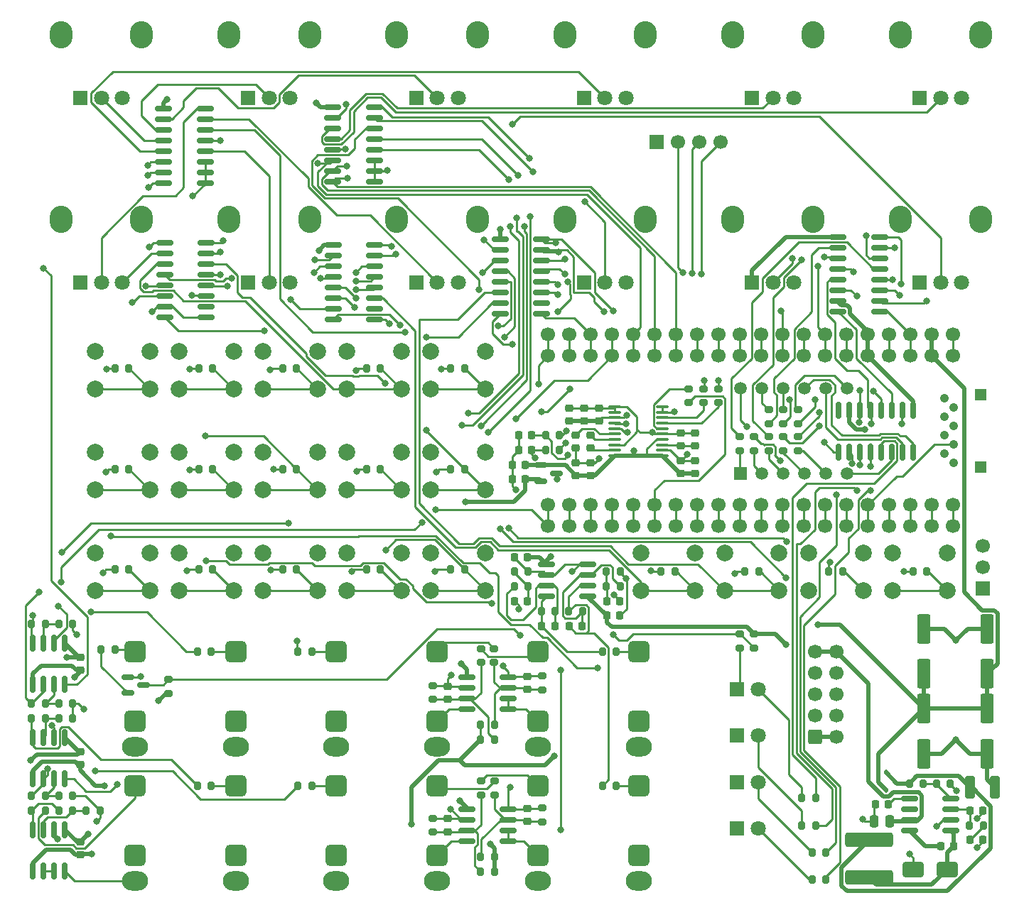
<source format=gbr>
%TF.GenerationSoftware,KiCad,Pcbnew,9.0.5*%
%TF.CreationDate,2026-01-23T09:59:20+00:00*%
%TF.ProjectId,dk2_07,646b325f-3037-42e6-9b69-6361645f7063,rev?*%
%TF.SameCoordinates,Original*%
%TF.FileFunction,Copper,L4,Bot*%
%TF.FilePolarity,Positive*%
%FSLAX46Y46*%
G04 Gerber Fmt 4.6, Leading zero omitted, Abs format (unit mm)*
G04 Created by KiCad (PCBNEW 9.0.5) date 2026-01-23 09:59:20*
%MOMM*%
%LPD*%
G01*
G04 APERTURE LIST*
G04 Aperture macros list*
%AMRoundRect*
0 Rectangle with rounded corners*
0 $1 Rounding radius*
0 $2 $3 $4 $5 $6 $7 $8 $9 X,Y pos of 4 corners*
0 Add a 4 corners polygon primitive as box body*
4,1,4,$2,$3,$4,$5,$6,$7,$8,$9,$2,$3,0*
0 Add four circle primitives for the rounded corners*
1,1,$1+$1,$2,$3*
1,1,$1+$1,$4,$5*
1,1,$1+$1,$6,$7*
1,1,$1+$1,$8,$9*
0 Add four rect primitives between the rounded corners*
20,1,$1+$1,$2,$3,$4,$5,0*
20,1,$1+$1,$4,$5,$6,$7,0*
20,1,$1+$1,$6,$7,$8,$9,0*
20,1,$1+$1,$8,$9,$2,$3,0*%
G04 Aperture macros list end*
%TA.AperFunction,ComponentPad*%
%ADD10C,2.000000*%
%TD*%
%TA.AperFunction,ComponentPad*%
%ADD11O,2.720000X3.240000*%
%TD*%
%TA.AperFunction,ComponentPad*%
%ADD12R,1.800000X1.800000*%
%TD*%
%TA.AperFunction,ComponentPad*%
%ADD13C,1.800000*%
%TD*%
%TA.AperFunction,ComponentPad*%
%ADD14O,3.100000X2.300000*%
%TD*%
%TA.AperFunction,ComponentPad*%
%ADD15RoundRect,0.650000X-0.650000X-0.650000X0.650000X-0.650000X0.650000X0.650000X-0.650000X0.650000X0*%
%TD*%
%TA.AperFunction,ComponentPad*%
%ADD16R,1.500000X1.500000*%
%TD*%
%TA.AperFunction,ComponentPad*%
%ADD17C,1.500000*%
%TD*%
%TA.AperFunction,ComponentPad*%
%ADD18C,1.050000*%
%TD*%
%TA.AperFunction,ComponentPad*%
%ADD19R,1.350000X1.350000*%
%TD*%
%TA.AperFunction,SMDPad,CuDef*%
%ADD20RoundRect,0.200000X0.200000X0.275000X-0.200000X0.275000X-0.200000X-0.275000X0.200000X-0.275000X0*%
%TD*%
%TA.AperFunction,SMDPad,CuDef*%
%ADD21RoundRect,0.150000X-0.587500X-0.150000X0.587500X-0.150000X0.587500X0.150000X-0.587500X0.150000X0*%
%TD*%
%TA.AperFunction,SMDPad,CuDef*%
%ADD22RoundRect,0.225000X0.250000X-0.225000X0.250000X0.225000X-0.250000X0.225000X-0.250000X-0.225000X0*%
%TD*%
%TA.AperFunction,SMDPad,CuDef*%
%ADD23RoundRect,0.225000X0.225000X0.250000X-0.225000X0.250000X-0.225000X-0.250000X0.225000X-0.250000X0*%
%TD*%
%TA.AperFunction,SMDPad,CuDef*%
%ADD24RoundRect,0.200000X-0.200000X-0.275000X0.200000X-0.275000X0.200000X0.275000X-0.200000X0.275000X0*%
%TD*%
%TA.AperFunction,SMDPad,CuDef*%
%ADD25RoundRect,0.250000X-0.550000X1.500000X-0.550000X-1.500000X0.550000X-1.500000X0.550000X1.500000X0*%
%TD*%
%TA.AperFunction,SMDPad,CuDef*%
%ADD26RoundRect,0.150000X-0.150000X0.825000X-0.150000X-0.825000X0.150000X-0.825000X0.150000X0.825000X0*%
%TD*%
%TA.AperFunction,SMDPad,CuDef*%
%ADD27RoundRect,0.225000X-0.225000X-0.250000X0.225000X-0.250000X0.225000X0.250000X-0.225000X0.250000X0*%
%TD*%
%TA.AperFunction,SMDPad,CuDef*%
%ADD28RoundRect,0.200000X0.275000X-0.200000X0.275000X0.200000X-0.275000X0.200000X-0.275000X-0.200000X0*%
%TD*%
%TA.AperFunction,SMDPad,CuDef*%
%ADD29RoundRect,0.225000X-0.250000X0.225000X-0.250000X-0.225000X0.250000X-0.225000X0.250000X0.225000X0*%
%TD*%
%TA.AperFunction,SMDPad,CuDef*%
%ADD30RoundRect,0.200000X-0.275000X0.200000X-0.275000X-0.200000X0.275000X-0.200000X0.275000X0.200000X0*%
%TD*%
%TA.AperFunction,SMDPad,CuDef*%
%ADD31RoundRect,0.250000X-0.325000X-1.100000X0.325000X-1.100000X0.325000X1.100000X-0.325000X1.100000X0*%
%TD*%
%TA.AperFunction,SMDPad,CuDef*%
%ADD32RoundRect,0.150000X0.825000X0.150000X-0.825000X0.150000X-0.825000X-0.150000X0.825000X-0.150000X0*%
%TD*%
%TA.AperFunction,SMDPad,CuDef*%
%ADD33RoundRect,0.250000X0.550000X-1.500000X0.550000X1.500000X-0.550000X1.500000X-0.550000X-1.500000X0*%
%TD*%
%TA.AperFunction,SMDPad,CuDef*%
%ADD34RoundRect,0.100000X-0.637500X-0.100000X0.637500X-0.100000X0.637500X0.100000X-0.637500X0.100000X0*%
%TD*%
%TA.AperFunction,SMDPad,CuDef*%
%ADD35RoundRect,0.112500X0.112500X-0.187500X0.112500X0.187500X-0.112500X0.187500X-0.112500X-0.187500X0*%
%TD*%
%TA.AperFunction,SMDPad,CuDef*%
%ADD36RoundRect,0.150000X0.150000X-0.825000X0.150000X0.825000X-0.150000X0.825000X-0.150000X-0.825000X0*%
%TD*%
%TA.AperFunction,SMDPad,CuDef*%
%ADD37RoundRect,0.150000X-0.825000X-0.150000X0.825000X-0.150000X0.825000X0.150000X-0.825000X0.150000X0*%
%TD*%
%TA.AperFunction,ComponentPad*%
%ADD38R,1.700000X1.700000*%
%TD*%
%TA.AperFunction,ComponentPad*%
%ADD39C,1.700000*%
%TD*%
%TA.AperFunction,SMDPad,CuDef*%
%ADD40RoundRect,0.250000X0.250000X0.475000X-0.250000X0.475000X-0.250000X-0.475000X0.250000X-0.475000X0*%
%TD*%
%TA.AperFunction,ComponentPad*%
%ADD41RoundRect,0.250000X-0.600000X-0.600000X0.600000X-0.600000X0.600000X0.600000X-0.600000X0.600000X0*%
%TD*%
%TA.AperFunction,SMDPad,CuDef*%
%ADD42RoundRect,0.250000X1.000000X0.650000X-1.000000X0.650000X-1.000000X-0.650000X1.000000X-0.650000X0*%
%TD*%
%TA.AperFunction,SMDPad,CuDef*%
%ADD43RoundRect,0.250000X2.600000X-0.600000X2.600000X0.600000X-2.600000X0.600000X-2.600000X-0.600000X0*%
%TD*%
%TA.AperFunction,ViaPad*%
%ADD44C,0.800000*%
%TD*%
%TA.AperFunction,Conductor*%
%ADD45C,0.250000*%
%TD*%
%TA.AperFunction,Conductor*%
%ADD46C,0.500000*%
%TD*%
G04 APERTURE END LIST*
D10*
%TO.P,SW10,1,1*%
%TO.N,+3.3V*%
X119250000Y-95250000D03*
X125750000Y-95250000D03*
%TO.P,SW10,2,2*%
%TO.N,Net-(U5-D1)*%
X119250000Y-99750000D03*
X125750000Y-99750000D03*
%TD*%
%TO.P,SW8,1,1*%
%TO.N,+3.3V*%
X99250000Y-95250000D03*
X105750000Y-95250000D03*
%TO.P,SW8,2,2*%
%TO.N,Net-(U4-D7)*%
X99250000Y-99750000D03*
X105750000Y-99750000D03*
%TD*%
D11*
%TO.P,RV3,*%
%TO.N,*%
X115200000Y-45500000D03*
X124800000Y-45500000D03*
D12*
%TO.P,RV3,1,1*%
%TO.N,+3.3V*%
X117500000Y-53000000D03*
D13*
%TO.P,RV3,2,2*%
%TO.N,Net-(U6-A2)*%
X120000000Y-53000000D03*
%TO.P,RV3,3,3*%
%TO.N,GND*%
X122500000Y-53000000D03*
%TD*%
D14*
%TO.P,J1,S*%
%TO.N,GND*%
X96000000Y-130400000D03*
D15*
%TO.P,J1,T*%
%TO.N,TRIGGER_OUT_1_EURO*%
X96000000Y-119000000D03*
%TO.P,J1,TN*%
%TO.N,unconnected-(J1-PadTN)*%
X96000000Y-127300000D03*
%TD*%
D14*
%TO.P,J12,S*%
%TO.N,GND*%
X132000000Y-130400000D03*
D15*
%TO.P,J12,T*%
%TO.N,Net-(J12-PadT)*%
X132000000Y-119000000D03*
%TO.P,J12,TN*%
%TO.N,GND*%
X132000000Y-127300000D03*
%TD*%
D11*
%TO.P,RV8,*%
%TO.N,*%
X135200000Y-67500000D03*
X144800000Y-67500000D03*
D12*
%TO.P,RV8,1,1*%
%TO.N,+3.3V*%
X137500000Y-75000000D03*
D13*
%TO.P,RV8,2,2*%
%TO.N,Net-(U6-A7)*%
X140000000Y-75000000D03*
%TO.P,RV8,3,3*%
%TO.N,GND*%
X142500000Y-75000000D03*
%TD*%
D14*
%TO.P,J11,S*%
%TO.N,GND*%
X120000000Y-130400000D03*
D15*
%TO.P,J11,T*%
%TO.N,Net-(J11-PadT)*%
X120000000Y-119000000D03*
%TO.P,J11,TN*%
%TO.N,GND*%
X120000000Y-127300000D03*
%TD*%
D10*
%TO.P,SW19,1,1*%
%TO.N,+3.3V*%
X174250000Y-107250000D03*
X180750000Y-107250000D03*
%TO.P,SW19,2,2*%
%TO.N,Net-(U10-D2)*%
X174250000Y-111750000D03*
X180750000Y-111750000D03*
%TD*%
D14*
%TO.P,J9,S*%
%TO.N,GND*%
X144000000Y-146400000D03*
D15*
%TO.P,J9,T*%
%TO.N,EURO_OUT_2*%
X144000000Y-135000000D03*
%TO.P,J9,TN*%
%TO.N,unconnected-(J9-PadTN)*%
X144000000Y-143300000D03*
%TD*%
D11*
%TO.P,RV4,*%
%TO.N,*%
X135200000Y-45500000D03*
X144800000Y-45500000D03*
D12*
%TO.P,RV4,1,1*%
%TO.N,+3.3V*%
X137500000Y-53000000D03*
D13*
%TO.P,RV4,2,2*%
%TO.N,Net-(U6-A3)*%
X140000000Y-53000000D03*
%TO.P,RV4,3,3*%
%TO.N,GND*%
X142500000Y-53000000D03*
%TD*%
D10*
%TO.P,SW3,1,1*%
%TO.N,+3.3V*%
X99250000Y-83250000D03*
X105750000Y-83250000D03*
%TO.P,SW3,2,2*%
%TO.N,Net-(U4-D2)*%
X99250000Y-87750000D03*
X105750000Y-87750000D03*
%TD*%
D11*
%TO.P,RV1,*%
%TO.N,*%
X75200000Y-45500000D03*
X84800000Y-45500000D03*
D12*
%TO.P,RV1,1,1*%
%TO.N,+3.3V*%
X77500000Y-53000000D03*
D13*
%TO.P,RV1,2,2*%
%TO.N,Net-(U6-A0)*%
X80000000Y-53000000D03*
%TO.P,RV1,3,3*%
%TO.N,GND*%
X82500000Y-53000000D03*
%TD*%
D11*
%TO.P,RV10,*%
%TO.N,*%
X175200000Y-45500000D03*
X184800000Y-45500000D03*
D12*
%TO.P,RV10,1,1*%
%TO.N,+3.3V*%
X177500000Y-53000000D03*
D13*
%TO.P,RV10,2,2*%
%TO.N,Net-(U9-A1)*%
X180000000Y-53000000D03*
%TO.P,RV10,3,3*%
%TO.N,GND*%
X182500000Y-53000000D03*
%TD*%
D14*
%TO.P,J3,S*%
%TO.N,GND*%
X84000000Y-130400000D03*
D15*
%TO.P,J3,T*%
%TO.N,SYNC_IN_EURO*%
X84000000Y-119000000D03*
%TO.P,J3,TN*%
%TO.N,unconnected-(J3-PadTN)*%
X84000000Y-127300000D03*
%TD*%
D10*
%TO.P,SW9,1,1*%
%TO.N,+3.3V*%
X109250000Y-95250000D03*
X115750000Y-95250000D03*
%TO.P,SW9,2,2*%
%TO.N,Net-(U5-D0)*%
X109250000Y-99750000D03*
X115750000Y-99750000D03*
%TD*%
D14*
%TO.P,J13,S*%
%TO.N,GND*%
X120000000Y-146400000D03*
D15*
%TO.P,J13,T*%
%TO.N,Net-(J13-PadT)*%
X120000000Y-135000000D03*
%TO.P,J13,TN*%
%TO.N,GND*%
X120000000Y-143300000D03*
%TD*%
D14*
%TO.P,J14,S*%
%TO.N,GND*%
X132000000Y-146400000D03*
D15*
%TO.P,J14,T*%
%TO.N,Net-(J14-PadT)*%
X132000000Y-135000000D03*
%TO.P,J14,TN*%
%TO.N,GND*%
X132000000Y-143300000D03*
%TD*%
D10*
%TO.P,SW6,1,1*%
%TO.N,+3.3V*%
X79250000Y-95250000D03*
X85750000Y-95250000D03*
%TO.P,SW6,2,2*%
%TO.N,Net-(U4-D5)*%
X79250000Y-99750000D03*
X85750000Y-99750000D03*
%TD*%
D11*
%TO.P,RV7,*%
%TO.N,*%
X115200000Y-67500000D03*
X124800000Y-67500000D03*
D12*
%TO.P,RV7,1,1*%
%TO.N,+3.3V*%
X117500000Y-75000000D03*
D13*
%TO.P,RV7,2,2*%
%TO.N,Net-(U6-A6)*%
X120000000Y-75000000D03*
%TO.P,RV7,3,3*%
%TO.N,GND*%
X122500000Y-75000000D03*
%TD*%
D10*
%TO.P,SW17,1,1*%
%TO.N,+3.3V*%
X154250000Y-107250000D03*
X160750000Y-107250000D03*
%TO.P,SW17,2,2*%
%TO.N,Net-(U10-D0)*%
X154250000Y-111750000D03*
X160750000Y-111750000D03*
%TD*%
%TO.P,SW1,1,1*%
%TO.N,+3.3V*%
X79250000Y-83250000D03*
X85750000Y-83250000D03*
%TO.P,SW1,2,2*%
%TO.N,Net-(U4-D0)*%
X79250000Y-87750000D03*
X85750000Y-87750000D03*
%TD*%
D16*
%TO.P,U3,1,e*%
%TO.N,Net-(U3-e)*%
X156150000Y-97810000D03*
D17*
%TO.P,U3,2,d*%
%TO.N,Net-(U3-d)*%
X158690000Y-97810000D03*
%TO.P,U3,3,DPX*%
%TO.N,Net-(U3-DPX)*%
X161230000Y-97810000D03*
%TO.P,U3,4,c*%
%TO.N,Net-(U3-c)*%
X163770000Y-97810000D03*
%TO.P,U3,5,g*%
%TO.N,Net-(U3-g)*%
X166310000Y-97810000D03*
%TO.P,U3,6,CA4*%
%TO.N,Net-(U2-QD)*%
X168850000Y-97810000D03*
%TO.P,U3,7,b*%
%TO.N,Net-(U3-b)*%
X168850000Y-87650000D03*
%TO.P,U3,8,CA3*%
%TO.N,Net-(U2-QC)*%
X166310000Y-87650000D03*
%TO.P,U3,9,CA2*%
%TO.N,Net-(U2-QB)*%
X163770000Y-87650000D03*
%TO.P,U3,10,f*%
%TO.N,Net-(U3-f)*%
X161230000Y-87650000D03*
%TO.P,U3,11,a*%
%TO.N,Net-(U3-a)*%
X158690000Y-87650000D03*
%TO.P,U3,12,CA1*%
%TO.N,Net-(U2-QA)*%
X156150000Y-87650000D03*
%TD*%
D18*
%TO.P,J5,1,DAT2*%
%TO.N,unconnected-(J5-DAT2-Pad1)*%
X181550000Y-96550000D03*
%TO.P,J5,2,DAT3/CD*%
%TO.N,SD_CHIP_SELECT*%
X180450000Y-95450000D03*
%TO.P,J5,3,CMD*%
%TO.N,SD_SERIAL_IN*%
X181550000Y-94350000D03*
%TO.P,J5,4,VDD*%
%TO.N,+3.3V*%
X180450000Y-93250000D03*
%TO.P,J5,5,CLK*%
%TO.N,SD_CLOCK*%
X181550000Y-92150000D03*
%TO.P,J5,6,VSS*%
%TO.N,GND*%
X180450000Y-91050000D03*
%TO.P,J5,7,DAT0*%
%TO.N,SD_SERIAL_OUT*%
X181550000Y-89950000D03*
%TO.P,J5,8,DAT1*%
%TO.N,unconnected-(J5-DAT1-Pad8)*%
X180450000Y-88850000D03*
D19*
%TO.P,J5,9,SHIELD*%
%TO.N,GND*%
X184720000Y-97000000D03*
X184720000Y-88400000D03*
%TD*%
D12*
%TO.P,D3,1,K*%
%TO.N,GND*%
X155725000Y-134600000D03*
D13*
%TO.P,D3,2,A*%
%TO.N,Net-(D3-A)*%
X158265000Y-134600000D03*
%TD*%
D11*
%TO.P,RV11,*%
%TO.N,*%
X155200000Y-67500000D03*
X164800000Y-67500000D03*
D12*
%TO.P,RV11,1,1*%
%TO.N,+3.3V*%
X157500000Y-75000000D03*
D13*
%TO.P,RV11,2,2*%
%TO.N,Net-(U9-A2)*%
X160000000Y-75000000D03*
%TO.P,RV11,3,3*%
%TO.N,GND*%
X162500000Y-75000000D03*
%TD*%
D11*
%TO.P,RV9,*%
%TO.N,*%
X155200000Y-45500000D03*
X164800000Y-45500000D03*
D12*
%TO.P,RV9,1,1*%
%TO.N,+3.3V*%
X157500000Y-53000000D03*
D13*
%TO.P,RV9,2,2*%
%TO.N,Net-(U9-A0)*%
X160000000Y-53000000D03*
%TO.P,RV9,3,3*%
%TO.N,GND*%
X162500000Y-53000000D03*
%TD*%
D14*
%TO.P,J6,S*%
%TO.N,GND*%
X96000000Y-146400000D03*
D15*
%TO.P,J6,T*%
%TO.N,TRIGGER_OUT_3_EURO*%
X96000000Y-135000000D03*
%TO.P,J6,TN*%
%TO.N,unconnected-(J6-PadTN)*%
X96000000Y-143300000D03*
%TD*%
D10*
%TO.P,SW15,1,1*%
%TO.N,+3.3V*%
X119250000Y-107250000D03*
X125750000Y-107250000D03*
%TO.P,SW15,2,2*%
%TO.N,Net-(U5-D6)*%
X119250000Y-111750000D03*
X125750000Y-111750000D03*
%TD*%
%TO.P,SW13,1,1*%
%TO.N,+3.3V*%
X99250000Y-107250000D03*
X105750000Y-107250000D03*
%TO.P,SW13,2,2*%
%TO.N,Net-(U5-D4)*%
X99250000Y-111750000D03*
X105750000Y-111750000D03*
%TD*%
%TO.P,SW18,1,1*%
%TO.N,+3.3V*%
X164250000Y-107250000D03*
X170750000Y-107250000D03*
%TO.P,SW18,2,2*%
%TO.N,Net-(U10-D1)*%
X164250000Y-111750000D03*
X170750000Y-111750000D03*
%TD*%
%TO.P,SW11,1,1*%
%TO.N,+3.3V*%
X79250000Y-107250000D03*
X85750000Y-107250000D03*
%TO.P,SW11,2,2*%
%TO.N,Net-(U5-D2)*%
X79250000Y-111750000D03*
X85750000Y-111750000D03*
%TD*%
%TO.P,SW2,1,1*%
%TO.N,+3.3V*%
X89250000Y-83250000D03*
X95750000Y-83250000D03*
%TO.P,SW2,2,2*%
%TO.N,Net-(U4-D1)*%
X89250000Y-87750000D03*
X95750000Y-87750000D03*
%TD*%
%TO.P,SW7,1,1*%
%TO.N,+3.3V*%
X89250000Y-95250000D03*
X95750000Y-95250000D03*
%TO.P,SW7,2,2*%
%TO.N,Net-(U4-D6)*%
X89250000Y-99750000D03*
X95750000Y-99750000D03*
%TD*%
D12*
%TO.P,D2,1,K*%
%TO.N,GND*%
X155725000Y-129050000D03*
D13*
%TO.P,D2,2,A*%
%TO.N,Net-(D2-A)*%
X158265000Y-129050000D03*
%TD*%
D12*
%TO.P,D1,1,K*%
%TO.N,GND*%
X155725000Y-123500000D03*
D13*
%TO.P,D1,2,A*%
%TO.N,Net-(D1-A)*%
X158265000Y-123500000D03*
%TD*%
D14*
%TO.P,J4,S*%
%TO.N,GND*%
X144000000Y-130400000D03*
D15*
%TO.P,J4,T*%
%TO.N,EURO_OUT_1*%
X144000000Y-119000000D03*
%TO.P,J4,TN*%
%TO.N,unconnected-(J4-PadTN)*%
X144000000Y-127300000D03*
%TD*%
D10*
%TO.P,SW12,1,1*%
%TO.N,+3.3V*%
X89250000Y-107250000D03*
X95750000Y-107250000D03*
%TO.P,SW12,2,2*%
%TO.N,Net-(U5-D3)*%
X89250000Y-111750000D03*
X95750000Y-111750000D03*
%TD*%
D12*
%TO.P,D4,1,K*%
%TO.N,GND*%
X155725000Y-140150000D03*
D13*
%TO.P,D4,2,A*%
%TO.N,Net-(D4-A)*%
X158265000Y-140150000D03*
%TD*%
D10*
%TO.P,SW4,1,1*%
%TO.N,+3.3V*%
X109250000Y-83250000D03*
X115750000Y-83250000D03*
%TO.P,SW4,2,2*%
%TO.N,Net-(U4-D3)*%
X109250000Y-87750000D03*
X115750000Y-87750000D03*
%TD*%
D11*
%TO.P,RV12,*%
%TO.N,*%
X175200000Y-67500000D03*
X184800000Y-67500000D03*
D12*
%TO.P,RV12,1,1*%
%TO.N,+3.3V*%
X177500000Y-75000000D03*
D13*
%TO.P,RV12,2,2*%
%TO.N,Net-(U9-A3)*%
X180000000Y-75000000D03*
%TO.P,RV12,3,3*%
%TO.N,GND*%
X182500000Y-75000000D03*
%TD*%
D14*
%TO.P,J7,S*%
%TO.N,GND*%
X108000000Y-146400000D03*
D15*
%TO.P,J7,T*%
%TO.N,TRIGGER_OUT_4_EURO*%
X108000000Y-135000000D03*
%TO.P,J7,TN*%
%TO.N,unconnected-(J7-PadTN)*%
X108000000Y-143300000D03*
%TD*%
D11*
%TO.P,RV6,*%
%TO.N,*%
X95200000Y-67500000D03*
X104800000Y-67500000D03*
D12*
%TO.P,RV6,1,1*%
%TO.N,+3.3V*%
X97500000Y-75000000D03*
D13*
%TO.P,RV6,2,2*%
%TO.N,Net-(U6-A5)*%
X100000000Y-75000000D03*
%TO.P,RV6,3,3*%
%TO.N,GND*%
X102500000Y-75000000D03*
%TD*%
D14*
%TO.P,J2,S*%
%TO.N,GND*%
X108000000Y-130400000D03*
D15*
%TO.P,J2,T*%
%TO.N,TRIGGER_OUT_2_EURO*%
X108000000Y-119000000D03*
%TO.P,J2,TN*%
%TO.N,unconnected-(J2-PadTN)*%
X108000000Y-127300000D03*
%TD*%
D11*
%TO.P,RV5,*%
%TO.N,*%
X75200000Y-67500000D03*
X84800000Y-67500000D03*
D12*
%TO.P,RV5,1,1*%
%TO.N,+3.3V*%
X77500000Y-75000000D03*
D13*
%TO.P,RV5,2,2*%
%TO.N,Net-(U6-A4)*%
X80000000Y-75000000D03*
%TO.P,RV5,3,3*%
%TO.N,GND*%
X82500000Y-75000000D03*
%TD*%
D10*
%TO.P,SW5,1,1*%
%TO.N,+3.3V*%
X119250000Y-83250000D03*
X125750000Y-83250000D03*
%TO.P,SW5,2,2*%
%TO.N,Net-(U4-D4)*%
X119250000Y-87750000D03*
X125750000Y-87750000D03*
%TD*%
D11*
%TO.P,RV2,*%
%TO.N,*%
X95200000Y-45500000D03*
X104800000Y-45500000D03*
D12*
%TO.P,RV2,1,1*%
%TO.N,+3.3V*%
X97500000Y-53000000D03*
D13*
%TO.P,RV2,2,2*%
%TO.N,Net-(U6-A1)*%
X100000000Y-53000000D03*
%TO.P,RV2,3,3*%
%TO.N,GND*%
X102500000Y-53000000D03*
%TD*%
D10*
%TO.P,SW16,1,1*%
%TO.N,+3.3V*%
X144250000Y-107250000D03*
X150750000Y-107250000D03*
%TO.P,SW16,2,2*%
%TO.N,Net-(U5-D7)*%
X144250000Y-111750000D03*
X150750000Y-111750000D03*
%TD*%
D14*
%TO.P,J8,S*%
%TO.N,GND*%
X84000000Y-146400000D03*
D15*
%TO.P,J8,T*%
%TO.N,SYNC_OUT_EURO*%
X84000000Y-135000000D03*
%TO.P,J8,TN*%
%TO.N,unconnected-(J8-PadTN)*%
X84000000Y-143300000D03*
%TD*%
D10*
%TO.P,SW14,1,1*%
%TO.N,+3.3V*%
X109250000Y-107250000D03*
X115750000Y-107250000D03*
%TO.P,SW14,2,2*%
%TO.N,Net-(U5-D5)*%
X109250000Y-111750000D03*
X115750000Y-111750000D03*
%TD*%
D20*
%TO.P,R23,1*%
%TO.N,Net-(U5-D2)*%
X83250000Y-109250000D03*
%TO.P,R23,2*%
%TO.N,GND*%
X81600000Y-109250000D03*
%TD*%
%TO.P,R27,1*%
%TO.N,Net-(U5-D6)*%
X123250000Y-109250000D03*
%TO.P,R27,2*%
%TO.N,GND*%
X121600000Y-109250000D03*
%TD*%
D21*
%TO.P,U11,1,VI*%
%TO.N,+5V*%
X132375000Y-98700000D03*
%TO.P,U11,2,VO*%
%TO.N,+3.3VDAC*%
X132375000Y-96800000D03*
%TO.P,U11,3,GND*%
%TO.N,GND*%
X134250000Y-97750000D03*
%TD*%
D22*
%TO.P,C31,1*%
%TO.N,Net-(U14-LDOO)*%
X149000000Y-94525000D03*
%TO.P,C31,2*%
%TO.N,GND*%
X149000000Y-92975000D03*
%TD*%
D23*
%TO.P,C7,1*%
%TO.N,Net-(D5-K)*%
X181525000Y-142250000D03*
%TO.P,C7,2*%
%TO.N,Net-(U12-BOOT)*%
X179975000Y-142250000D03*
%TD*%
D24*
%TO.P,R29,1*%
%TO.N,-12V*%
X125175000Y-127750000D03*
%TO.P,R29,2*%
%TO.N,Net-(U7A--)*%
X126825000Y-127750000D03*
%TD*%
%TO.P,R72,1*%
%TO.N,Net-(R72-Pad1)*%
X71675000Y-136250000D03*
%TO.P,R72,2*%
%TO.N,Net-(U16B--)*%
X73325000Y-136250000D03*
%TD*%
%TO.P,R1,1*%
%TO.N,Net-(D1-A)*%
X163425000Y-136500000D03*
%TO.P,R1,2*%
%TO.N,Net-(U2-QE)*%
X165075000Y-136500000D03*
%TD*%
D20*
%TO.P,R22,1*%
%TO.N,Net-(U5-D1)*%
X123250000Y-97250000D03*
%TO.P,R22,2*%
%TO.N,GND*%
X121600000Y-97250000D03*
%TD*%
D22*
%TO.P,C36,1*%
%TO.N,+12V*%
X77500000Y-121275000D03*
%TO.P,C36,2*%
%TO.N,-12V*%
X77500000Y-119725000D03*
%TD*%
D20*
%TO.P,R61,1*%
%TO.N,Net-(U14-OUTR)*%
X134575000Y-93250000D03*
%TO.P,R61,2*%
%TO.N,LINE_OUT_R*%
X132925000Y-93250000D03*
%TD*%
%TO.P,R17,1*%
%TO.N,Net-(U4-D4)*%
X123250000Y-85250000D03*
%TO.P,R17,2*%
%TO.N,GND*%
X121600000Y-85250000D03*
%TD*%
D24*
%TO.P,R64,1*%
%TO.N,Net-(U15B--)*%
X74925000Y-125250000D03*
%TO.P,R64,2*%
%TO.N,GND*%
X76575000Y-125250000D03*
%TD*%
D20*
%TO.P,R18,1*%
%TO.N,Net-(U4-D5)*%
X83250000Y-97250000D03*
%TO.P,R18,2*%
%TO.N,GND*%
X81600000Y-97250000D03*
%TD*%
D24*
%TO.P,R75,1*%
%TO.N,Net-(R73-Pad1)*%
X91425000Y-135000000D03*
%TO.P,R75,2*%
%TO.N,TRIGGER_OUT_3_EURO*%
X93075000Y-135000000D03*
%TD*%
D25*
%TO.P,C14,1*%
%TO.N,+5V*%
X178000000Y-125800000D03*
%TO.P,C14,2*%
%TO.N,GND*%
X178000000Y-131200000D03*
%TD*%
D24*
%TO.P,R76,1*%
%TO.N,Net-(U17A--)*%
X78175000Y-138000000D03*
%TO.P,R76,2*%
%TO.N,GND*%
X79825000Y-138000000D03*
%TD*%
D23*
%TO.P,C8,1*%
%TO.N,Net-(U12-SS)*%
X173775000Y-137250000D03*
%TO.P,C8,2*%
%TO.N,GND*%
X172225000Y-137250000D03*
%TD*%
D26*
%TO.P,U17,1*%
%TO.N,Net-(R77-Pad1)*%
X71845000Y-140275000D03*
%TO.P,U17,2,-*%
%TO.N,Net-(U17A--)*%
X73115000Y-140275000D03*
%TO.P,U17,3,+*%
%TO.N,SYNC_OUT*%
X74385000Y-140275000D03*
%TO.P,U17,4,V-*%
%TO.N,-12V*%
X75655000Y-140275000D03*
%TO.P,U17,5,+*%
%TO.N,GND*%
X75655000Y-145225000D03*
%TO.P,U17,6,-*%
%TO.N,Net-(U17B--)*%
X74385000Y-145225000D03*
%TO.P,U17,7*%
X73115000Y-145225000D03*
%TO.P,U17,8,V+*%
%TO.N,+12V*%
X71845000Y-145225000D03*
%TD*%
D24*
%TO.P,R65,1*%
%TO.N,Net-(U15A--)*%
X74925000Y-115750000D03*
%TO.P,R65,2*%
%TO.N,GND*%
X76575000Y-115750000D03*
%TD*%
D20*
%TO.P,R43,1*%
%TO.N,Net-(U10-D0)*%
X158325000Y-109500000D03*
%TO.P,R43,2*%
%TO.N,GND*%
X156675000Y-109500000D03*
%TD*%
D27*
%TO.P,C10,1*%
%TO.N,Net-(C10-Pad1)*%
X183475000Y-141500000D03*
%TO.P,C10,2*%
%TO.N,GND*%
X185025000Y-141500000D03*
%TD*%
D28*
%TO.P,R11,1*%
%TO.N,Net-(U3-d)*%
X157750000Y-95075000D03*
%TO.P,R11,2*%
%TO.N,Net-(U1-QD)*%
X157750000Y-93425000D03*
%TD*%
D29*
%TO.P,C27,1*%
%TO.N,Net-(U14-VNEG)*%
X136500000Y-93225000D03*
%TO.P,C27,2*%
%TO.N,GND*%
X136500000Y-94775000D03*
%TD*%
D22*
%TO.P,C25,1*%
%TO.N,+3.3VDAC*%
X135750000Y-91525000D03*
%TO.P,C25,2*%
%TO.N,GND*%
X135750000Y-89975000D03*
%TD*%
D20*
%TO.P,R35,1*%
%TO.N,-12V*%
X126825000Y-143500000D03*
%TO.P,R35,2*%
%TO.N,Net-(U8A--)*%
X125175000Y-143500000D03*
%TD*%
D30*
%TO.P,R9,1*%
%TO.N,Net-(U3-b)*%
X163000000Y-90175000D03*
%TO.P,R9,2*%
%TO.N,Net-(U1-QB)*%
X163000000Y-91825000D03*
%TD*%
D23*
%TO.P,C5,1*%
%TO.N,+5V*%
X130525000Y-98500000D03*
%TO.P,C5,2*%
%TO.N,GND*%
X128975000Y-98500000D03*
%TD*%
D27*
%TO.P,C19,1*%
%TO.N,+12V*%
X140225000Y-114750000D03*
%TO.P,C19,2*%
%TO.N,GND*%
X141775000Y-114750000D03*
%TD*%
D28*
%TO.P,R5,1*%
%TO.N,Net-(U3-e)*%
X156090000Y-95075000D03*
%TO.P,R5,2*%
%TO.N,Net-(U1-QE)*%
X156090000Y-93425000D03*
%TD*%
D31*
%TO.P,C12,1*%
%TO.N,Net-(D6-A)*%
X183525000Y-135250000D03*
%TO.P,C12,2*%
%TO.N,GND*%
X186475000Y-135250000D03*
%TD*%
D20*
%TO.P,R26,1*%
%TO.N,Net-(U5-D5)*%
X113250000Y-109250000D03*
%TO.P,R26,2*%
%TO.N,GND*%
X111600000Y-109250000D03*
%TD*%
%TO.P,R44,1*%
%TO.N,Net-(U10-D1)*%
X168325000Y-109500000D03*
%TO.P,R44,2*%
%TO.N,GND*%
X166675000Y-109500000D03*
%TD*%
D32*
%TO.P,U6,1,A4*%
%TO.N,Net-(U6-A4)*%
X92375000Y-54255000D03*
%TO.P,U6,2,A6*%
%TO.N,Net-(U6-A6)*%
X92375000Y-55525000D03*
%TO.P,U6,3,A*%
%TO.N,4051_READING_0*%
X92375000Y-56795000D03*
%TO.P,U6,4,A7*%
%TO.N,Net-(U6-A7)*%
X92375000Y-58065000D03*
%TO.P,U6,5,A5*%
%TO.N,Net-(U6-A5)*%
X92375000Y-59335000D03*
%TO.P,U6,6,~{E}*%
%TO.N,GND*%
X92375000Y-60605000D03*
%TO.P,U6,7,VEE*%
X92375000Y-61875000D03*
%TO.P,U6,8,GND*%
X92375000Y-63145000D03*
%TO.P,U6,9,S2*%
%TO.N,4051_ADDRESS_C*%
X87425000Y-63145000D03*
%TO.P,U6,10,S1*%
%TO.N,4051_ADDRESS_B*%
X87425000Y-61875000D03*
%TO.P,U6,11,S0*%
%TO.N,4051_ADDRESS_A*%
X87425000Y-60605000D03*
%TO.P,U6,12,A3*%
%TO.N,Net-(U6-A3)*%
X87425000Y-59335000D03*
%TO.P,U6,13,A0*%
%TO.N,Net-(U6-A0)*%
X87425000Y-58065000D03*
%TO.P,U6,14,A1*%
%TO.N,Net-(U6-A1)*%
X87425000Y-56795000D03*
%TO.P,U6,15,A2*%
%TO.N,Net-(U6-A2)*%
X87425000Y-55525000D03*
%TO.P,U6,16,VCC*%
%TO.N,+3.3V*%
X87425000Y-54255000D03*
%TD*%
D20*
%TO.P,R14,1*%
%TO.N,Net-(U4-D1)*%
X93250000Y-85250000D03*
%TO.P,R14,2*%
%TO.N,GND*%
X91600000Y-85250000D03*
%TD*%
D30*
%TO.P,R8,1*%
%TO.N,Net-(U3-a)*%
X159500000Y-90175000D03*
%TO.P,R8,2*%
%TO.N,Net-(U1-QA)*%
X159500000Y-91825000D03*
%TD*%
D32*
%TO.P,U1,1,QB*%
%TO.N,Net-(U1-QB)*%
X172725000Y-69555000D03*
%TO.P,U1,2,QC*%
%TO.N,Net-(U1-QC)*%
X172725000Y-70825000D03*
%TO.P,U1,3,QD*%
%TO.N,Net-(U1-QD)*%
X172725000Y-72095000D03*
%TO.P,U1,4,QE*%
%TO.N,Net-(U1-QE)*%
X172725000Y-73365000D03*
%TO.P,U1,5,QF*%
%TO.N,Net-(U1-QF)*%
X172725000Y-74635000D03*
%TO.P,U1,6,QG*%
%TO.N,Net-(U1-QG)*%
X172725000Y-75905000D03*
%TO.P,U1,7,QH*%
%TO.N,Net-(U1-QH)*%
X172725000Y-77175000D03*
%TO.P,U1,8,GND*%
%TO.N,GND*%
X172725000Y-78445000D03*
%TO.P,U1,9,QH'*%
%TO.N,Net-(U1-QH')*%
X167775000Y-78445000D03*
%TO.P,U1,10,~{SRCLR}*%
%TO.N,+3.3V*%
X167775000Y-77175000D03*
%TO.P,U1,11,SRCLK*%
%TO.N,595_CLOCK*%
X167775000Y-75905000D03*
%TO.P,U1,12,RCLK*%
%TO.N,595_LATCH*%
X167775000Y-74635000D03*
%TO.P,U1,13,~{OE}*%
%TO.N,GND*%
X167775000Y-73365000D03*
%TO.P,U1,14,SER*%
%TO.N,595_DATA*%
X167775000Y-72095000D03*
%TO.P,U1,15,QA*%
%TO.N,Net-(U1-QA)*%
X167775000Y-70825000D03*
%TO.P,U1,16,VCC*%
%TO.N,+3.3V*%
X167775000Y-69555000D03*
%TD*%
D23*
%TO.P,C35,1*%
%TO.N,LINE_OUT_R*%
X131275000Y-93250000D03*
%TO.P,C35,2*%
%TO.N,GND*%
X129725000Y-93250000D03*
%TD*%
D24*
%TO.P,R67,1*%
%TO.N,Net-(R67-Pad1)*%
X71675000Y-115750000D03*
%TO.P,R67,2*%
%TO.N,Net-(U15A--)*%
X73325000Y-115750000D03*
%TD*%
D30*
%TO.P,R30,1*%
%TO.N,Net-(J11-PadT)*%
X126800000Y-118675000D03*
%TO.P,R30,2*%
%TO.N,Net-(U7A--)*%
X126800000Y-120325000D03*
%TD*%
D20*
%TO.P,R15,1*%
%TO.N,Net-(U4-D2)*%
X103250000Y-85250000D03*
%TO.P,R15,2*%
%TO.N,GND*%
X101600000Y-85250000D03*
%TD*%
D30*
%TO.P,R36,1*%
%TO.N,Net-(J13-PadT)*%
X126850000Y-134475000D03*
%TO.P,R36,2*%
%TO.N,Net-(U8A--)*%
X126850000Y-136125000D03*
%TD*%
D20*
%TO.P,R21,1*%
%TO.N,Net-(U5-D0)*%
X113250000Y-97250000D03*
%TO.P,R21,2*%
%TO.N,GND*%
X111600000Y-97250000D03*
%TD*%
D33*
%TO.P,C16,1*%
%TO.N,+5V*%
X178000000Y-121700000D03*
%TO.P,C16,2*%
%TO.N,GND*%
X178000000Y-116300000D03*
%TD*%
D20*
%TO.P,R20,1*%
%TO.N,Net-(U4-D7)*%
X103250000Y-97250000D03*
%TO.P,R20,2*%
%TO.N,GND*%
X101600000Y-97250000D03*
%TD*%
D28*
%TO.P,R10,1*%
%TO.N,Net-(U3-c)*%
X161250000Y-95075000D03*
%TO.P,R10,2*%
%TO.N,Net-(U1-QC)*%
X161250000Y-93425000D03*
%TD*%
D20*
%TO.P,R13,1*%
%TO.N,Net-(U4-D0)*%
X83250000Y-85250000D03*
%TO.P,R13,2*%
%TO.N,GND*%
X81600000Y-85250000D03*
%TD*%
D26*
%TO.P,U15,1*%
%TO.N,Net-(R67-Pad1)*%
X71845000Y-118025000D03*
%TO.P,U15,2,-*%
%TO.N,Net-(U15A--)*%
X73115000Y-118025000D03*
%TO.P,U15,3,+*%
%TO.N,TRIGGER_OUT_1*%
X74385000Y-118025000D03*
%TO.P,U15,4,V-*%
%TO.N,-12V*%
X75655000Y-118025000D03*
%TO.P,U15,5,+*%
%TO.N,TRIGGER_OUT_2*%
X75655000Y-122975000D03*
%TO.P,U15,6,-*%
%TO.N,Net-(U15B--)*%
X74385000Y-122975000D03*
%TO.P,U15,7*%
%TO.N,Net-(R66-Pad1)*%
X73115000Y-122975000D03*
%TO.P,U15,8,V+*%
%TO.N,+12V*%
X71845000Y-122975000D03*
%TD*%
D23*
%TO.P,C22,1*%
%TO.N,Net-(U13B--)*%
X137275000Y-116000000D03*
%TO.P,C22,2*%
%TO.N,Net-(C22-Pad2)*%
X135725000Y-116000000D03*
%TD*%
D22*
%TO.P,C38,1*%
%TO.N,+12V*%
X77500000Y-143275000D03*
%TO.P,C38,2*%
%TO.N,-12V*%
X77500000Y-141725000D03*
%TD*%
D24*
%TO.P,R4,1*%
%TO.N,Net-(D4-A)*%
X164675000Y-146250000D03*
%TO.P,R4,2*%
%TO.N,Net-(U2-QH)*%
X166325000Y-146250000D03*
%TD*%
D34*
%TO.P,U14,1,CPVDD*%
%TO.N,+3.3VDAC*%
X141137500Y-95675000D03*
%TO.P,U14,2,CAPP*%
%TO.N,Net-(U14-CAPP)*%
X141137500Y-95025000D03*
%TO.P,U14,3,CPGND*%
%TO.N,GND*%
X141137500Y-94375000D03*
%TO.P,U14,4,CAPM*%
%TO.N,Net-(U14-CAPM)*%
X141137500Y-93725000D03*
%TO.P,U14,5,VNEG*%
%TO.N,Net-(U14-VNEG)*%
X141137500Y-93075000D03*
%TO.P,U14,6,OUTL*%
%TO.N,Net-(U14-OUTL)*%
X141137500Y-92425000D03*
%TO.P,U14,7,OUTR*%
%TO.N,Net-(U14-OUTR)*%
X141137500Y-91775000D03*
%TO.P,U14,8,AVDD*%
%TO.N,+3.3VDAC*%
X141137500Y-91125000D03*
%TO.P,U14,9,AGND*%
%TO.N,GND*%
X141137500Y-90475000D03*
%TO.P,U14,10,DEMP*%
X141137500Y-89825000D03*
%TO.P,U14,11,FLT*%
X146862500Y-89825000D03*
%TO.P,U14,12,SCK*%
X146862500Y-90475000D03*
%TO.P,U14,13,BCK*%
%TO.N,Net-(U14-BCK)*%
X146862500Y-91125000D03*
%TO.P,U14,14,DIN*%
%TO.N,Net-(U14-DIN)*%
X146862500Y-91775000D03*
%TO.P,U14,15,LRCK*%
%TO.N,Net-(U14-LRCK)*%
X146862500Y-92425000D03*
%TO.P,U14,16,FMT*%
%TO.N,GND*%
X146862500Y-93075000D03*
%TO.P,U14,17,XSMT*%
%TO.N,+3.3VDAC*%
X146862500Y-93725000D03*
%TO.P,U14,18,LDOO*%
%TO.N,Net-(U14-LDOO)*%
X146862500Y-94375000D03*
%TO.P,U14,19,DGND*%
%TO.N,GND*%
X146862500Y-95025000D03*
%TO.P,U14,20,DVDD*%
%TO.N,+3.3VDAC*%
X146862500Y-95675000D03*
%TD*%
D20*
%TO.P,R51,1*%
%TO.N,Net-(C17-Pad2)*%
X130825000Y-111250000D03*
%TO.P,R51,2*%
%TO.N,Net-(U13A--)*%
X129175000Y-111250000D03*
%TD*%
D24*
%TO.P,R68,1*%
%TO.N,Net-(R66-Pad1)*%
X103425000Y-119000000D03*
%TO.P,R68,2*%
%TO.N,TRIGGER_OUT_2_EURO*%
X105075000Y-119000000D03*
%TD*%
D22*
%TO.P,C28,1*%
%TO.N,+3.3VDAC*%
X149000000Y-97775000D03*
%TO.P,C28,2*%
%TO.N,GND*%
X149000000Y-96225000D03*
%TD*%
D28*
%TO.P,R59,1*%
%TO.N,DAC_LRC*%
X150000000Y-89325000D03*
%TO.P,R59,2*%
%TO.N,Net-(U14-LRCK)*%
X150000000Y-87675000D03*
%TD*%
D22*
%TO.P,C23,1*%
%TO.N,+3.3VDAC*%
X139250000Y-91525000D03*
%TO.P,C23,2*%
%TO.N,GND*%
X139250000Y-89975000D03*
%TD*%
%TO.P,C26,1*%
%TO.N,Net-(U14-CAPP)*%
X138250000Y-94775000D03*
%TO.P,C26,2*%
%TO.N,Net-(U14-CAPM)*%
X138250000Y-93225000D03*
%TD*%
D28*
%TO.P,R7,1*%
%TO.N,Net-(U3-DPX)*%
X159500000Y-95075000D03*
%TO.P,R7,2*%
%TO.N,Net-(U1-QH)*%
X159500000Y-93425000D03*
%TD*%
D22*
%TO.P,C4,1*%
%TO.N,Net-(U8B--)*%
X121250000Y-140525000D03*
%TO.P,C4,2*%
%TO.N,CV_IN_4*%
X121250000Y-138975000D03*
%TD*%
D20*
%TO.P,R16,1*%
%TO.N,Net-(U4-D3)*%
X113250000Y-85250000D03*
%TO.P,R16,2*%
%TO.N,GND*%
X111600000Y-85250000D03*
%TD*%
D27*
%TO.P,C11,1*%
%TO.N,Net-(U12-COMP)*%
X183475000Y-138000000D03*
%TO.P,C11,2*%
%TO.N,GND*%
X185025000Y-138000000D03*
%TD*%
D24*
%TO.P,R46,1*%
%TO.N,Net-(U12-COMP)*%
X183425000Y-139750000D03*
%TO.P,R46,2*%
%TO.N,Net-(C10-Pad1)*%
X185075000Y-139750000D03*
%TD*%
D20*
%TO.P,R60,1*%
%TO.N,Net-(U14-OUTL)*%
X134575000Y-95000000D03*
%TO.P,R60,2*%
%TO.N,LINE_OUT_L*%
X132925000Y-95000000D03*
%TD*%
D28*
%TO.P,R6,1*%
%TO.N,Net-(U3-g)*%
X163000000Y-95075000D03*
%TO.P,R6,2*%
%TO.N,Net-(U1-QG)*%
X163000000Y-93425000D03*
%TD*%
D24*
%TO.P,R78,1*%
%TO.N,Net-(R77-Pad1)*%
X71675000Y-138000000D03*
%TO.P,R78,2*%
%TO.N,SYNC_OUT_EURO*%
X73325000Y-138000000D03*
%TD*%
D35*
%TO.P,D6,1,K*%
%TO.N,+5V*%
X173500000Y-135550000D03*
%TO.P,D6,2,A*%
%TO.N,Net-(D6-A)*%
X173500000Y-133450000D03*
%TD*%
D24*
%TO.P,R69,1*%
%TO.N,Net-(R67-Pad1)*%
X91425000Y-119000000D03*
%TO.P,R69,2*%
%TO.N,TRIGGER_OUT_1_EURO*%
X93075000Y-119000000D03*
%TD*%
D23*
%TO.P,C21,1*%
%TO.N,Net-(U13A--)*%
X134025000Y-116000000D03*
%TO.P,C21,2*%
%TO.N,Net-(C21-Pad2)*%
X132475000Y-116000000D03*
%TD*%
D22*
%TO.P,C24,1*%
%TO.N,+3.3VDAC*%
X137500000Y-91525000D03*
%TO.P,C24,2*%
%TO.N,GND*%
X137500000Y-89975000D03*
%TD*%
D20*
%TO.P,R53,1*%
%TO.N,Net-(U13A--)*%
X134075000Y-114250000D03*
%TO.P,R53,2*%
%TO.N,Net-(C21-Pad2)*%
X132425000Y-114250000D03*
%TD*%
D36*
%TO.P,U2,1,QB*%
%TO.N,Net-(U2-QB)*%
X176695000Y-95225000D03*
%TO.P,U2,2,QC*%
%TO.N,Net-(U2-QC)*%
X175425000Y-95225000D03*
%TO.P,U2,3,QD*%
%TO.N,Net-(U2-QD)*%
X174155000Y-95225000D03*
%TO.P,U2,4,QE*%
%TO.N,Net-(U2-QE)*%
X172885000Y-95225000D03*
%TO.P,U2,5,QF*%
%TO.N,Net-(U2-QF)*%
X171615000Y-95225000D03*
%TO.P,U2,6,QG*%
%TO.N,Net-(U2-QG)*%
X170345000Y-95225000D03*
%TO.P,U2,7,QH*%
%TO.N,Net-(U2-QH)*%
X169075000Y-95225000D03*
%TO.P,U2,8,GND*%
%TO.N,GND*%
X167805000Y-95225000D03*
%TO.P,U2,9,QH'*%
%TO.N,unconnected-(U2-QH&apos;-Pad9)*%
X167805000Y-90275000D03*
%TO.P,U2,10,~{SRCLR}*%
%TO.N,+3.3V*%
X169075000Y-90275000D03*
%TO.P,U2,11,SRCLK*%
%TO.N,595_CLOCK*%
X170345000Y-90275000D03*
%TO.P,U2,12,RCLK*%
%TO.N,595_LATCH*%
X171615000Y-90275000D03*
%TO.P,U2,13,~{OE}*%
%TO.N,GND*%
X172885000Y-90275000D03*
%TO.P,U2,14,SER*%
%TO.N,Net-(U1-QH')*%
X174155000Y-90275000D03*
%TO.P,U2,15,QA*%
%TO.N,Net-(U2-QA)*%
X175425000Y-90275000D03*
%TO.P,U2,16,VCC*%
%TO.N,+3.3V*%
X176695000Y-90275000D03*
%TD*%
D22*
%TO.P,C29,1*%
%TO.N,Net-(U14-LDOO)*%
X150750000Y-94525000D03*
%TO.P,C29,2*%
%TO.N,GND*%
X150750000Y-92975000D03*
%TD*%
D27*
%TO.P,C17,1*%
%TO.N,LINE_OUT_L*%
X129225000Y-113000000D03*
%TO.P,C17,2*%
%TO.N,Net-(C17-Pad2)*%
X130775000Y-113000000D03*
%TD*%
D28*
%TO.P,R42,1*%
%TO.N,GND*%
X156050000Y-118575000D03*
%TO.P,R42,2*%
%TO.N,12V DETECTION*%
X156050000Y-116925000D03*
%TD*%
D32*
%TO.P,U9,1,A4*%
%TO.N,CV_IN_1*%
X112500000Y-54080000D03*
%TO.P,U9,2,A6*%
%TO.N,CV_IN_3*%
X112500000Y-55350000D03*
%TO.P,U9,3,A*%
%TO.N,4051_READING_1*%
X112500000Y-56620000D03*
%TO.P,U9,4,A7*%
%TO.N,CV_IN_4*%
X112500000Y-57890000D03*
%TO.P,U9,5,A5*%
%TO.N,CV_IN_2*%
X112500000Y-59160000D03*
%TO.P,U9,6,~{E}*%
%TO.N,GND*%
X112500000Y-60430000D03*
%TO.P,U9,7,VEE*%
X112500000Y-61700000D03*
%TO.P,U9,8,GND*%
X112500000Y-62970000D03*
%TO.P,U9,9,S2*%
%TO.N,4051_ADDRESS_C*%
X107550000Y-62970000D03*
%TO.P,U9,10,S1*%
%TO.N,4051_ADDRESS_B*%
X107550000Y-61700000D03*
%TO.P,U9,11,S0*%
%TO.N,4051_ADDRESS_A*%
X107550000Y-60430000D03*
%TO.P,U9,12,A3*%
%TO.N,Net-(U9-A3)*%
X107550000Y-59160000D03*
%TO.P,U9,13,A0*%
%TO.N,Net-(U9-A0)*%
X107550000Y-57890000D03*
%TO.P,U9,14,A1*%
%TO.N,Net-(U9-A1)*%
X107550000Y-56620000D03*
%TO.P,U9,15,A2*%
%TO.N,Net-(U9-A2)*%
X107550000Y-55350000D03*
%TO.P,U9,16,VCC*%
%TO.N,+3.3V*%
X107550000Y-54080000D03*
%TD*%
D22*
%TO.P,C2,1*%
%TO.N,Net-(U7B--)*%
X121250000Y-124695000D03*
%TO.P,C2,2*%
%TO.N,CV_IN_2*%
X121250000Y-123145000D03*
%TD*%
D37*
%TO.P,U13,1*%
%TO.N,Net-(C21-Pad2)*%
X133025000Y-112405000D03*
%TO.P,U13,2,-*%
%TO.N,Net-(U13A--)*%
X133025000Y-111135000D03*
%TO.P,U13,3,+*%
%TO.N,GND*%
X133025000Y-109865000D03*
%TO.P,U13,4,V-*%
%TO.N,-12V*%
X133025000Y-108595000D03*
%TO.P,U13,5,+*%
%TO.N,GND*%
X137975000Y-108595000D03*
%TO.P,U13,6,-*%
%TO.N,Net-(U13B--)*%
X137975000Y-109865000D03*
%TO.P,U13,7*%
%TO.N,Net-(C22-Pad2)*%
X137975000Y-111135000D03*
%TO.P,U13,8,V+*%
%TO.N,+12V*%
X137975000Y-112405000D03*
%TD*%
D24*
%TO.P,R56,1*%
%TO.N,Net-(C22-Pad2)*%
X139675000Y-135000000D03*
%TO.P,R56,2*%
%TO.N,EURO_OUT_2*%
X141325000Y-135000000D03*
%TD*%
%TO.P,R2,1*%
%TO.N,Net-(D2-A)*%
X163425000Y-139750000D03*
%TO.P,R2,2*%
%TO.N,Net-(U2-QF)*%
X165075000Y-139750000D03*
%TD*%
D38*
%TO.P,J10,1,Pin_1*%
%TO.N,SERIAL_TX*%
X185000000Y-111540000D03*
D39*
%TO.P,J10,2,Pin_2*%
%TO.N,GND*%
X185000000Y-109000000D03*
%TO.P,J10,3,Pin_3*%
%TO.N,SERIAL_RX*%
X185000000Y-106460000D03*
%TD*%
D24*
%TO.P,R77,1*%
%TO.N,Net-(R77-Pad1)*%
X74925000Y-138000000D03*
%TO.P,R77,2*%
%TO.N,Net-(U17A--)*%
X76575000Y-138000000D03*
%TD*%
D21*
%TO.P,Q1,1,B*%
%TO.N,Net-(Q1-B)*%
X83125000Y-123950000D03*
%TO.P,Q1,2,E*%
%TO.N,GND*%
X83125000Y-122050000D03*
%TO.P,Q1,3,C*%
%TO.N,SYNC_IN*%
X85000000Y-123000000D03*
%TD*%
D24*
%TO.P,R52,1*%
%TO.N,Net-(C18-Pad2)*%
X140175000Y-111250000D03*
%TO.P,R52,2*%
%TO.N,Net-(U13B--)*%
X141825000Y-111250000D03*
%TD*%
D23*
%TO.P,C33,1*%
%TO.N,LINE_OUT_L*%
X131275000Y-95000000D03*
%TO.P,C33,2*%
%TO.N,GND*%
X129725000Y-95000000D03*
%TD*%
D33*
%TO.P,C15,1*%
%TO.N,+5V*%
X185500000Y-121700000D03*
%TO.P,C15,2*%
%TO.N,GND*%
X185500000Y-116300000D03*
%TD*%
D30*
%TO.P,R12,1*%
%TO.N,Net-(U3-f)*%
X161250000Y-90175000D03*
%TO.P,R12,2*%
%TO.N,Net-(U1-QF)*%
X161250000Y-91825000D03*
%TD*%
D40*
%TO.P,C6,1*%
%TO.N,+12V*%
X173950000Y-139250000D03*
%TO.P,C6,2*%
%TO.N,GND*%
X172050000Y-139250000D03*
%TD*%
D22*
%TO.P,C32,1*%
%TO.N,+3.3VDAC*%
X138250000Y-98025000D03*
%TO.P,C32,2*%
%TO.N,GND*%
X138250000Y-96475000D03*
%TD*%
D41*
%TO.P,J16,1,Pin_1*%
%TO.N,-12V*%
X165000000Y-129180000D03*
D39*
%TO.P,J16,2,Pin_2*%
X167540000Y-129180000D03*
%TO.P,J16,3,Pin_3*%
%TO.N,GND*%
X165000000Y-126640000D03*
%TO.P,J16,4,Pin_4*%
X167540000Y-126640000D03*
%TO.P,J16,5,Pin_5*%
X165000000Y-124100000D03*
%TO.P,J16,6,Pin_6*%
X167540000Y-124100000D03*
%TO.P,J16,7,Pin_7*%
X165000000Y-121560000D03*
%TO.P,J16,8,Pin_8*%
X167540000Y-121560000D03*
%TO.P,J16,9,Pin_9*%
%TO.N,+12V*%
X165000000Y-119020000D03*
%TO.P,J16,10,Pin_10*%
X167540000Y-119020000D03*
%TD*%
D32*
%TO.P,U5,1,~{PL}*%
%TO.N,165_LOAD*%
X112575000Y-70555000D03*
%TO.P,U5,2,CP*%
%TO.N,165_CLOCK*%
X112575000Y-71825000D03*
%TO.P,U5,3,D4*%
%TO.N,Net-(U5-D4)*%
X112575000Y-73095000D03*
%TO.P,U5,4,D5*%
%TO.N,Net-(U5-D5)*%
X112575000Y-74365000D03*
%TO.P,U5,5,D6*%
%TO.N,Net-(U5-D6)*%
X112575000Y-75635000D03*
%TO.P,U5,6,D7*%
%TO.N,Net-(U5-D7)*%
X112575000Y-76905000D03*
%TO.P,U5,7,~{Q7}*%
%TO.N,unconnected-(U5-~{Q7}-Pad7)*%
X112575000Y-78175000D03*
%TO.P,U5,8,GND*%
%TO.N,GND*%
X112575000Y-79445000D03*
%TO.P,U5,9,Q7*%
%TO.N,/Shift register in 2/DATA_OUT*%
X107625000Y-79445000D03*
%TO.P,U5,10,DS*%
%TO.N,/Shift register in 1/DATA_OUT*%
X107625000Y-78175000D03*
%TO.P,U5,11,D0*%
%TO.N,Net-(U5-D0)*%
X107625000Y-76905000D03*
%TO.P,U5,12,D1*%
%TO.N,Net-(U5-D1)*%
X107625000Y-75635000D03*
%TO.P,U5,13,D2*%
%TO.N,Net-(U5-D2)*%
X107625000Y-74365000D03*
%TO.P,U5,14,D3*%
%TO.N,Net-(U5-D3)*%
X107625000Y-73095000D03*
%TO.P,U5,15,~{CE}*%
%TO.N,GND*%
X107625000Y-71825000D03*
%TO.P,U5,16,VCC*%
%TO.N,+3.3V*%
X107625000Y-70555000D03*
%TD*%
D22*
%TO.P,C1,1*%
%TO.N,Net-(U7A--)*%
X130750000Y-123525000D03*
%TO.P,C1,2*%
%TO.N,CV_IN_1*%
X130750000Y-121975000D03*
%TD*%
D25*
%TO.P,C13,1*%
%TO.N,+5V*%
X185500000Y-125800000D03*
%TO.P,C13,2*%
%TO.N,GND*%
X185500000Y-131200000D03*
%TD*%
D20*
%TO.P,R28,1*%
%TO.N,Net-(U5-D7)*%
X148325000Y-109500000D03*
%TO.P,R28,2*%
%TO.N,GND*%
X146675000Y-109500000D03*
%TD*%
D28*
%TO.P,R34,1*%
%TO.N,Net-(U7B--)*%
X119500000Y-124745000D03*
%TO.P,R34,2*%
%TO.N,CV_IN_2*%
X119500000Y-123095000D03*
%TD*%
%TO.P,R33,1*%
%TO.N,Net-(U7A--)*%
X132500000Y-123575000D03*
%TO.P,R33,2*%
%TO.N,CV_IN_1*%
X132500000Y-121925000D03*
%TD*%
D37*
%TO.P,U12,1,BOOT*%
%TO.N,Net-(U12-BOOT)*%
X176275000Y-140405000D03*
%TO.P,U12,2,VIN*%
%TO.N,+12V*%
X176275000Y-139135000D03*
%TO.P,U12,3,EN*%
%TO.N,unconnected-(U12-EN-Pad3)*%
X176275000Y-137865000D03*
%TO.P,U12,4,SS*%
%TO.N,Net-(U12-SS)*%
X176275000Y-136595000D03*
%TO.P,U12,5,VSENSE*%
%TO.N,Net-(U12-VSENSE)*%
X181225000Y-136595000D03*
%TO.P,U12,6,COMP*%
%TO.N,Net-(U12-COMP)*%
X181225000Y-137865000D03*
%TO.P,U12,7,GND*%
%TO.N,GND*%
X181225000Y-139135000D03*
%TO.P,U12,8,PH*%
%TO.N,Net-(D5-K)*%
X181225000Y-140405000D03*
%TD*%
D42*
%TO.P,D5,1,K*%
%TO.N,Net-(D5-K)*%
X180750000Y-145000000D03*
%TO.P,D5,2,A*%
%TO.N,GND*%
X176750000Y-145000000D03*
%TD*%
D30*
%TO.P,R58,1*%
%TO.N,DAC_DOUT*%
X153500000Y-87675000D03*
%TO.P,R58,2*%
%TO.N,Net-(U14-DIN)*%
X153500000Y-89325000D03*
%TD*%
D23*
%TO.P,C18,1*%
%TO.N,LINE_OUT_R*%
X141775000Y-113000000D03*
%TO.P,C18,2*%
%TO.N,Net-(C18-Pad2)*%
X140225000Y-113000000D03*
%TD*%
D24*
%TO.P,R66,1*%
%TO.N,Net-(R66-Pad1)*%
X71675000Y-125250000D03*
%TO.P,R66,2*%
%TO.N,Net-(U15B--)*%
X73325000Y-125250000D03*
%TD*%
D32*
%TO.P,U10,1,~{PL}*%
%TO.N,165_LOAD*%
X132450000Y-69880000D03*
%TO.P,U10,2,CP*%
%TO.N,165_CLOCK*%
X132450000Y-71150000D03*
%TO.P,U10,3,D4*%
%TO.N,Net-(J15-Pin_1)*%
X132450000Y-72420000D03*
%TO.P,U10,4,D5*%
%TO.N,Net-(J15-Pin_2)*%
X132450000Y-73690000D03*
%TO.P,U10,5,D6*%
%TO.N,Net-(J15-Pin_3)*%
X132450000Y-74960000D03*
%TO.P,U10,6,D7*%
%TO.N,Net-(J15-Pin_4)*%
X132450000Y-76230000D03*
%TO.P,U10,7,~{Q7}*%
%TO.N,unconnected-(U10-~{Q7}-Pad7)*%
X132450000Y-77500000D03*
%TO.P,U10,8,GND*%
%TO.N,GND*%
X132450000Y-78770000D03*
%TO.P,U10,9,Q7*%
%TO.N,165_DATA*%
X127500000Y-78770000D03*
%TO.P,U10,10,DS*%
%TO.N,/Shift register in 2/DATA_OUT*%
X127500000Y-77500000D03*
%TO.P,U10,11,D0*%
%TO.N,Net-(U10-D0)*%
X127500000Y-76230000D03*
%TO.P,U10,12,D1*%
%TO.N,Net-(U10-D1)*%
X127500000Y-74960000D03*
%TO.P,U10,13,D2*%
%TO.N,Net-(U10-D2)*%
X127500000Y-73690000D03*
%TO.P,U10,14,D3*%
%TO.N,12V DETECTION*%
X127500000Y-72420000D03*
%TO.P,U10,15,~{CE}*%
%TO.N,GND*%
X127500000Y-71150000D03*
%TO.P,U10,16,VCC*%
%TO.N,+3.3V*%
X127500000Y-69880000D03*
%TD*%
D23*
%TO.P,C9,1*%
%TO.N,+3.3VDAC*%
X130525000Y-96750000D03*
%TO.P,C9,2*%
%TO.N,GND*%
X128975000Y-96750000D03*
%TD*%
D20*
%TO.P,R62,1*%
%TO.N,SYNC_IN_EURO*%
X81625000Y-118800000D03*
%TO.P,R62,2*%
%TO.N,Net-(Q1-B)*%
X79975000Y-118800000D03*
%TD*%
D27*
%TO.P,C20,1*%
%TO.N,GND*%
X129225000Y-107750000D03*
%TO.P,C20,2*%
%TO.N,-12V*%
X130775000Y-107750000D03*
%TD*%
D24*
%TO.P,R49,1*%
%TO.N,Net-(C17-Pad2)*%
X129175000Y-109500000D03*
%TO.P,R49,2*%
%TO.N,GND*%
X130825000Y-109500000D03*
%TD*%
D32*
%TO.P,U7,1*%
%TO.N,CV_IN_1*%
X128475000Y-122095000D03*
%TO.P,U7,2,-*%
%TO.N,Net-(U7A--)*%
X128475000Y-123365000D03*
%TO.P,U7,3,+*%
%TO.N,GND*%
X128475000Y-124635000D03*
%TO.P,U7,4,V-*%
X128475000Y-125905000D03*
%TO.P,U7,5,+*%
X123525000Y-125905000D03*
%TO.P,U7,6,-*%
%TO.N,Net-(U7B--)*%
X123525000Y-124635000D03*
%TO.P,U7,7*%
%TO.N,CV_IN_2*%
X123525000Y-123365000D03*
%TO.P,U7,8,V+*%
%TO.N,+3.3V*%
X123525000Y-122095000D03*
%TD*%
D22*
%TO.P,C3,1*%
%TO.N,Net-(U8A--)*%
X130750000Y-139275000D03*
%TO.P,C3,2*%
%TO.N,CV_IN_3*%
X130750000Y-137725000D03*
%TD*%
D28*
%TO.P,R41,1*%
%TO.N,12V DETECTION*%
X157750000Y-118575000D03*
%TO.P,R41,2*%
%TO.N,+12V*%
X157750000Y-116925000D03*
%TD*%
D24*
%TO.P,R48,1*%
%TO.N,Net-(U12-VSENSE)*%
X179500000Y-134750000D03*
%TO.P,R48,2*%
%TO.N,GND*%
X181150000Y-134750000D03*
%TD*%
D22*
%TO.P,C37,1*%
%TO.N,+12V*%
X77500000Y-132525000D03*
%TO.P,C37,2*%
%TO.N,-12V*%
X77500000Y-130975000D03*
%TD*%
D30*
%TO.P,R57,1*%
%TO.N,DAC_BCLK*%
X151750000Y-87675000D03*
%TO.P,R57,2*%
%TO.N,Net-(U14-BCK)*%
X151750000Y-89325000D03*
%TD*%
D20*
%TO.P,R25,1*%
%TO.N,Net-(U5-D4)*%
X103250000Y-109250000D03*
%TO.P,R25,2*%
%TO.N,GND*%
X101600000Y-109250000D03*
%TD*%
D24*
%TO.P,R74,1*%
%TO.N,Net-(R72-Pad1)*%
X103425000Y-135000000D03*
%TO.P,R74,2*%
%TO.N,TRIGGER_OUT_4_EURO*%
X105075000Y-135000000D03*
%TD*%
%TO.P,R50,1*%
%TO.N,Net-(C18-Pad2)*%
X140175000Y-109500000D03*
%TO.P,R50,2*%
%TO.N,GND*%
X141825000Y-109500000D03*
%TD*%
D22*
%TO.P,C34,1*%
%TO.N,+3.3VDAC*%
X136500000Y-98025000D03*
%TO.P,C34,2*%
%TO.N,GND*%
X136500000Y-96475000D03*
%TD*%
D24*
%TO.P,R47,1*%
%TO.N,Net-(D6-A)*%
X176250000Y-134750000D03*
%TO.P,R47,2*%
%TO.N,Net-(U12-VSENSE)*%
X177900000Y-134750000D03*
%TD*%
%TO.P,R70,1*%
%TO.N,Net-(U16B--)*%
X74925000Y-136250000D03*
%TO.P,R70,2*%
%TO.N,GND*%
X76575000Y-136250000D03*
%TD*%
D32*
%TO.P,U8,1*%
%TO.N,CV_IN_3*%
X128475000Y-137845000D03*
%TO.P,U8,2,-*%
%TO.N,Net-(U8A--)*%
X128475000Y-139115000D03*
%TO.P,U8,3,+*%
%TO.N,GND*%
X128475000Y-140385000D03*
%TO.P,U8,4,V-*%
X128475000Y-141655000D03*
%TO.P,U8,5,+*%
X123525000Y-141655000D03*
%TO.P,U8,6,-*%
%TO.N,Net-(U8B--)*%
X123525000Y-140385000D03*
%TO.P,U8,7*%
%TO.N,CV_IN_4*%
X123525000Y-139115000D03*
%TO.P,U8,8,V+*%
%TO.N,+3.3V*%
X123525000Y-137845000D03*
%TD*%
D38*
%TO.P,J15,1,Pin_1*%
%TO.N,Net-(J15-Pin_1)*%
X146190000Y-58250000D03*
D39*
%TO.P,J15,2,Pin_2*%
%TO.N,Net-(J15-Pin_2)*%
X148730000Y-58250000D03*
%TO.P,J15,3,Pin_3*%
%TO.N,Net-(J15-Pin_3)*%
X151270000Y-58250000D03*
%TO.P,J15,4,Pin_4*%
%TO.N,Net-(J15-Pin_4)*%
X153810000Y-58250000D03*
%TD*%
D24*
%TO.P,R31,1*%
%TO.N,-12V*%
X125175000Y-129500000D03*
%TO.P,R31,2*%
%TO.N,Net-(U7B--)*%
X126825000Y-129500000D03*
%TD*%
D28*
%TO.P,R39,1*%
%TO.N,Net-(U8A--)*%
X132500000Y-139325000D03*
%TO.P,R39,2*%
%TO.N,CV_IN_3*%
X132500000Y-137675000D03*
%TD*%
D30*
%TO.P,R32,1*%
%TO.N,Net-(J12-PadT)*%
X125200000Y-118675000D03*
%TO.P,R32,2*%
%TO.N,Net-(U7B--)*%
X125200000Y-120325000D03*
%TD*%
D20*
%TO.P,R45,1*%
%TO.N,Net-(U10-D2)*%
X178325000Y-109500000D03*
%TO.P,R45,2*%
%TO.N,GND*%
X176675000Y-109500000D03*
%TD*%
D24*
%TO.P,R3,1*%
%TO.N,Net-(D3-A)*%
X164675000Y-143000000D03*
%TO.P,R3,2*%
%TO.N,Net-(U2-QG)*%
X166325000Y-143000000D03*
%TD*%
%TO.P,R55,1*%
%TO.N,Net-(C21-Pad2)*%
X139675000Y-119000000D03*
%TO.P,R55,2*%
%TO.N,EURO_OUT_1*%
X141325000Y-119000000D03*
%TD*%
D20*
%TO.P,R54,1*%
%TO.N,Net-(U13B--)*%
X137325000Y-114250000D03*
%TO.P,R54,2*%
%TO.N,Net-(C22-Pad2)*%
X135675000Y-114250000D03*
%TD*%
D22*
%TO.P,C30,1*%
%TO.N,+3.3VDAC*%
X150750000Y-97775000D03*
%TO.P,C30,2*%
%TO.N,GND*%
X150750000Y-96225000D03*
%TD*%
D20*
%TO.P,R37,1*%
%TO.N,-12V*%
X126825000Y-145250000D03*
%TO.P,R37,2*%
%TO.N,Net-(U8B--)*%
X125175000Y-145250000D03*
%TD*%
D30*
%TO.P,R38,1*%
%TO.N,Net-(J14-PadT)*%
X125200000Y-134475000D03*
%TO.P,R38,2*%
%TO.N,Net-(U8B--)*%
X125200000Y-136125000D03*
%TD*%
D28*
%TO.P,R40,1*%
%TO.N,Net-(U8B--)*%
X119500000Y-140575000D03*
%TO.P,R40,2*%
%TO.N,CV_IN_4*%
X119500000Y-138925000D03*
%TD*%
D39*
%TO.P,A1,1,GPIO0*%
%TO.N,SERIAL_TX*%
X181490000Y-104070000D03*
X181490000Y-101530000D03*
%TO.P,A1,2,GPIO1*%
%TO.N,SERIAL_RX*%
X178950000Y-104070000D03*
X178950000Y-101530000D03*
%TO.P,A1,3,GND*%
%TO.N,GND*%
X176410000Y-104070000D03*
X176410000Y-101530000D03*
%TO.P,A1,4,GPIO2*%
%TO.N,SD_CLOCK*%
X173870000Y-104070000D03*
X173870000Y-101530000D03*
%TO.P,A1,5,GPIO3*%
%TO.N,SD_SERIAL_IN*%
X171330000Y-104070000D03*
X171330000Y-101530000D03*
%TO.P,A1,6,GPIO4*%
%TO.N,SD_SERIAL_OUT*%
X168790000Y-104070000D03*
X168790000Y-101530000D03*
%TO.P,A1,7,GPIO5*%
%TO.N,SD_CHIP_SELECT*%
X166250000Y-104070000D03*
X166250000Y-101530000D03*
%TO.P,A1,8,GND*%
%TO.N,GND*%
X163710000Y-104070000D03*
X163710000Y-101530000D03*
%TO.P,A1,9,GPIO6*%
%TO.N,595_DATA*%
X161170000Y-104070000D03*
X161170000Y-101530000D03*
%TO.P,A1,10,GPIO7*%
%TO.N,595_CLOCK*%
X158630000Y-104070000D03*
X158630000Y-101530000D03*
%TO.P,A1,11,GPIO8*%
%TO.N,595_LATCH*%
X156090000Y-104070000D03*
X156090000Y-101530000D03*
%TO.P,A1,12,GPIO9*%
%TO.N,DAC_DOUT*%
X153550000Y-104070000D03*
X153550000Y-101530000D03*
%TO.P,A1,13,GND*%
%TO.N,GND*%
X151010000Y-104070000D03*
X151010000Y-101530000D03*
%TO.P,A1,14,GPIO10*%
%TO.N,DAC_BCLK*%
X148470000Y-104070000D03*
X148470000Y-101530000D03*
%TO.P,A1,15,GPIO11*%
%TO.N,DAC_LRC*%
X145930000Y-104070000D03*
X145930000Y-101530000D03*
%TO.P,A1,16,GPIO12*%
%TO.N,165_LOAD*%
X143390000Y-104070000D03*
X143390000Y-101530000D03*
%TO.P,A1,17,GPIO13*%
%TO.N,165_CLOCK*%
X140850000Y-104070000D03*
X140850000Y-101530000D03*
%TO.P,A1,18,GND*%
%TO.N,GND*%
X138310000Y-104070000D03*
X138310000Y-101530000D03*
%TO.P,A1,19,GPIO14*%
%TO.N,165_DATA*%
X135770000Y-104070000D03*
X135770000Y-101530000D03*
%TO.P,A1,20,GPIO15*%
%TO.N,TRIGGER_OUT_1*%
X133230000Y-104070000D03*
X133230000Y-101530000D03*
%TO.P,A1,21,GPIO16*%
%TO.N,SYNC_IN*%
X133230000Y-83750000D03*
X133230000Y-81210000D03*
%TO.P,A1,22,GPIO17*%
%TO.N,SYNC_OUT*%
X135770000Y-83750000D03*
X135770000Y-81210000D03*
%TO.P,A1,23,GND*%
%TO.N,GND*%
X138310000Y-83750000D03*
X138310000Y-81210000D03*
%TO.P,A1,24,GPIO18*%
%TO.N,TRIGGER_OUT_4*%
X140850000Y-83750000D03*
X140850000Y-81210000D03*
%TO.P,A1,25,GPIO19*%
%TO.N,4051_ADDRESS_A*%
X143390000Y-83750000D03*
X143390000Y-81210000D03*
%TO.P,A1,26,GPIO20*%
%TO.N,4051_ADDRESS_B*%
X145930000Y-83750000D03*
X145930000Y-81210000D03*
%TO.P,A1,27,GPIO21*%
%TO.N,4051_ADDRESS_C*%
X148470000Y-83750000D03*
X148470000Y-81210000D03*
%TO.P,A1,28,GND*%
%TO.N,GND*%
X151010000Y-83750000D03*
X151010000Y-81210000D03*
%TO.P,A1,29,GPIO22*%
%TO.N,TRIGGER_OUT_3*%
X153550000Y-83750000D03*
X153550000Y-81210000D03*
%TO.P,A1,30,RUN*%
%TO.N,unconnected-(A1-RUN-Pad30)_1*%
X156090000Y-83750000D03*
%TO.N,unconnected-(A1-RUN-Pad30)*%
X156090000Y-81210000D03*
%TO.P,A1,31,GPIO26_ADC0*%
%TO.N,4051_READING_0*%
X158630000Y-83750000D03*
X158630000Y-81210000D03*
%TO.P,A1,32,GPIO27_ADC1*%
%TO.N,4051_READING_1*%
X161170000Y-83750000D03*
X161170000Y-81210000D03*
%TO.P,A1,33,AGND*%
%TO.N,GND*%
X163710000Y-83750000D03*
X163710000Y-81210000D03*
%TO.P,A1,34,GPIO28_ADC2*%
%TO.N,TRIGGER_OUT_2*%
X166250000Y-83750000D03*
X166250000Y-81210000D03*
%TO.P,A1,35,ADC_VREF*%
%TO.N,unconnected-(A1-ADC_VREF-Pad35)_1*%
X168790000Y-83750000D03*
%TO.N,unconnected-(A1-ADC_VREF-Pad35)*%
X168790000Y-81210000D03*
%TO.P,A1,36,3V3*%
%TO.N,+3.3V*%
X171330000Y-83750000D03*
X171330000Y-81210000D03*
%TO.P,A1,37,3V3_EN*%
%TO.N,unconnected-(A1-3V3_EN-Pad37)_1*%
X173870000Y-83750000D03*
%TO.N,unconnected-(A1-3V3_EN-Pad37)*%
X173870000Y-81210000D03*
%TO.P,A1,38,GND*%
%TO.N,GND*%
X176410000Y-83750000D03*
X176410000Y-81210000D03*
%TO.P,A1,39,VSYS*%
%TO.N,+5V*%
X178950000Y-83750000D03*
X178950000Y-81210000D03*
%TO.P,A1,40,VBUS*%
%TO.N,unconnected-(A1-VBUS-Pad40)*%
X181490000Y-83750000D03*
%TO.N,unconnected-(A1-VBUS-Pad40)_1*%
X181490000Y-81210000D03*
%TD*%
D24*
%TO.P,R71,1*%
%TO.N,Net-(U16A--)*%
X74925000Y-127000000D03*
%TO.P,R71,2*%
%TO.N,GND*%
X76575000Y-127000000D03*
%TD*%
D20*
%TO.P,R19,1*%
%TO.N,Net-(U4-D6)*%
X93250000Y-97250000D03*
%TO.P,R19,2*%
%TO.N,GND*%
X91600000Y-97250000D03*
%TD*%
%TO.P,R24,1*%
%TO.N,Net-(U5-D3)*%
X93250000Y-109250000D03*
%TO.P,R24,2*%
%TO.N,GND*%
X91600000Y-109250000D03*
%TD*%
D26*
%TO.P,U16,1*%
%TO.N,Net-(R73-Pad1)*%
X71845000Y-129275000D03*
%TO.P,U16,2,-*%
%TO.N,Net-(U16A--)*%
X73115000Y-129275000D03*
%TO.P,U16,3,+*%
%TO.N,TRIGGER_OUT_3*%
X74385000Y-129275000D03*
%TO.P,U16,4,V-*%
%TO.N,-12V*%
X75655000Y-129275000D03*
%TO.P,U16,5,+*%
%TO.N,TRIGGER_OUT_4*%
X75655000Y-134225000D03*
%TO.P,U16,6,-*%
%TO.N,Net-(U16B--)*%
X74385000Y-134225000D03*
%TO.P,U16,7*%
%TO.N,Net-(R72-Pad1)*%
X73115000Y-134225000D03*
%TO.P,U16,8,V+*%
%TO.N,+12V*%
X71845000Y-134225000D03*
%TD*%
D24*
%TO.P,R73,1*%
%TO.N,Net-(R73-Pad1)*%
X71675000Y-127000000D03*
%TO.P,R73,2*%
%TO.N,Net-(U16A--)*%
X73325000Y-127000000D03*
%TD*%
D32*
%TO.P,U4,1,~{PL}*%
%TO.N,165_LOAD*%
X92475000Y-70255000D03*
%TO.P,U4,2,CP*%
%TO.N,165_CLOCK*%
X92475000Y-71525000D03*
%TO.P,U4,3,D4*%
%TO.N,Net-(U4-D4)*%
X92475000Y-72795000D03*
%TO.P,U4,4,D5*%
%TO.N,Net-(U4-D5)*%
X92475000Y-74065000D03*
%TO.P,U4,5,D6*%
%TO.N,Net-(U4-D6)*%
X92475000Y-75335000D03*
%TO.P,U4,6,D7*%
%TO.N,Net-(U4-D7)*%
X92475000Y-76605000D03*
%TO.P,U4,7,~{Q7}*%
%TO.N,unconnected-(U4-~{Q7}-Pad7)*%
X92475000Y-77875000D03*
%TO.P,U4,8,GND*%
%TO.N,GND*%
X92475000Y-79145000D03*
%TO.P,U4,9,Q7*%
%TO.N,/Shift register in 1/DATA_OUT*%
X87525000Y-79145000D03*
%TO.P,U4,10,DS*%
%TO.N,GND*%
X87525000Y-77875000D03*
%TO.P,U4,11,D0*%
%TO.N,Net-(U4-D0)*%
X87525000Y-76605000D03*
%TO.P,U4,12,D1*%
%TO.N,Net-(U4-D1)*%
X87525000Y-75335000D03*
%TO.P,U4,13,D2*%
%TO.N,Net-(U4-D2)*%
X87525000Y-74065000D03*
%TO.P,U4,14,D3*%
%TO.N,Net-(U4-D3)*%
X87525000Y-72795000D03*
%TO.P,U4,15,~{CE}*%
%TO.N,GND*%
X87525000Y-71525000D03*
%TO.P,U4,16,VCC*%
%TO.N,+3.3V*%
X87525000Y-70255000D03*
%TD*%
D28*
%TO.P,R63,1*%
%TO.N,+3.3V*%
X88000000Y-124000000D03*
%TO.P,R63,2*%
%TO.N,SYNC_IN*%
X88000000Y-122350000D03*
%TD*%
D43*
%TO.P,L1,1,1*%
%TO.N,Net-(D5-K)*%
X171500000Y-146000000D03*
%TO.P,L1,2,2*%
%TO.N,Net-(D6-A)*%
X171500000Y-141500000D03*
%TD*%
D44*
%TO.N,CV_IN_3*%
X131100000Y-67100000D03*
X131400000Y-61800000D03*
X128700000Y-135200000D03*
X126100000Y-92900000D03*
%TO.N,GND*%
X90500000Y-85300000D03*
X110400000Y-97500000D03*
X179500000Y-139900000D03*
X142540619Y-110359594D03*
X119875000Y-97600000D03*
X181800000Y-117700000D03*
X136100000Y-109500000D03*
X125600000Y-69900000D03*
X181800000Y-129500000D03*
X181900000Y-135600000D03*
X145600000Y-92900000D03*
X114300000Y-79900000D03*
X120500000Y-85300000D03*
X86025000Y-78500000D03*
X119700000Y-109500000D03*
X184300000Y-138900000D03*
X184300000Y-142400000D03*
X90500000Y-97400000D03*
X80600000Y-85300000D03*
X90200000Y-109400000D03*
X155500000Y-109700000D03*
X149800000Y-95500000D03*
X84700000Y-122000000D03*
X100200000Y-109300000D03*
X80200000Y-109600000D03*
X172000000Y-88000000D03*
X175600000Y-109500000D03*
X139300000Y-96000000D03*
X169600000Y-73700000D03*
X176300000Y-143200000D03*
X77900000Y-125900000D03*
X145500000Y-109400000D03*
X166100000Y-94100000D03*
X170700000Y-139000000D03*
X109800000Y-109500000D03*
X114100000Y-61600000D03*
X100500000Y-97300000D03*
X100100000Y-85400000D03*
X134300000Y-98500000D03*
X105400000Y-72300000D03*
X166796991Y-108398002D03*
X90900000Y-64700000D03*
X80500000Y-97600000D03*
X129400000Y-99700000D03*
X110300000Y-85500000D03*
X77100000Y-117000000D03*
X148300000Y-90400000D03*
X79400000Y-139300000D03*
%TO.N,CV_IN_4*%
X129649000Y-62200000D03*
X121600000Y-137800000D03*
X129500000Y-67300000D03*
X122975000Y-92000000D03*
%TO.N,+12V*%
X80400000Y-135000000D03*
X76800000Y-122100000D03*
X78800000Y-143200000D03*
X161600000Y-118200000D03*
%TO.N,595_DATA*%
X166100000Y-72000000D03*
%TO.N,595_CLOCK*%
X170400000Y-87900000D03*
X170050000Y-76650000D03*
X170300000Y-91700000D03*
%TO.N,595_LATCH*%
X171700000Y-91824000D03*
%TO.N,165_LOAD*%
X94500000Y-70000000D03*
X114600000Y-70700000D03*
X141000000Y-78400000D03*
X134100000Y-70300000D03*
%TO.N,165_CLOCK*%
X139900000Y-78500000D03*
X134500000Y-71400000D03*
X94200000Y-71400000D03*
X115100000Y-71600000D03*
%TO.N,165_DATA*%
X129000000Y-82400000D03*
%TO.N,+5V*%
X123400000Y-101200000D03*
X165400000Y-115800000D03*
%TO.N,4051_ADDRESS_A*%
X85500000Y-61000000D03*
X105800000Y-60800000D03*
%TO.N,4051_ADDRESS_B*%
X85500000Y-62200000D03*
X109200000Y-61100000D03*
%TO.N,4051_ADDRESS_C*%
X85600000Y-63700000D03*
X109300000Y-62600000D03*
%TO.N,4051_READING_0*%
X116200000Y-80900000D03*
%TO.N,4051_READING_1*%
X161000000Y-78400000D03*
X125000000Y-75900000D03*
%TO.N,+3.3VDAC*%
X143400000Y-95100000D03*
X142587347Y-90812653D03*
%TO.N,Net-(U2-QF)*%
X171600000Y-96900000D03*
X170000000Y-99800000D03*
%TO.N,Net-(U2-QG)*%
X167600000Y-100300000D03*
X170400000Y-96800000D03*
%TO.N,Net-(U2-QH)*%
X169422826Y-96587553D03*
X171600000Y-99800000D03*
%TO.N,Net-(U2-QA)*%
X175400000Y-91900000D03*
X156900000Y-92200000D03*
%TO.N,LINE_OUT_L*%
X129700000Y-114000000D03*
X131675000Y-95900000D03*
%TO.N,LINE_OUT_R*%
X135600000Y-95600000D03*
X141103436Y-112243249D03*
%TO.N,-12V*%
X75900000Y-119700000D03*
X116900000Y-139600000D03*
X126300000Y-142000000D03*
X133975000Y-131500000D03*
X78400000Y-140800000D03*
X71600000Y-132000000D03*
X133500000Y-107700000D03*
%TO.N,CV_IN_1*%
X127900000Y-120700000D03*
X125200000Y-92100000D03*
X131000000Y-60200000D03*
X130375000Y-68300000D03*
%TO.N,CV_IN_2*%
X128500000Y-62700000D03*
X123700000Y-90600000D03*
X128700000Y-68300000D03*
X121700000Y-121800000D03*
%TO.N,DAC_BCLK*%
X151800000Y-86700000D03*
%TO.N,TRIGGER_OUT_1*%
X118175999Y-103601304D03*
X74900000Y-113613347D03*
X119800000Y-102100000D03*
X75200000Y-110700000D03*
%TO.N,DAC_DOUT*%
X153500000Y-86700000D03*
%TO.N,TRIGGER_OUT_2*%
X165400000Y-73100000D03*
X73100000Y-73300000D03*
%TO.N,TRIGGER_OUT_3*%
X139100000Y-121000000D03*
X81100000Y-105200000D03*
X74117920Y-127817493D03*
%TO.N,TRIGGER_OUT_4*%
X81900000Y-134900000D03*
X92500000Y-108200000D03*
X129400000Y-91300000D03*
X126500000Y-113300000D03*
%TO.N,SYNC_OUT*%
X74804114Y-141375001D03*
X134700000Y-140300000D03*
X135800000Y-87700000D03*
X134700000Y-121200000D03*
X132400000Y-90400000D03*
%TO.N,+3.3V*%
X170980667Y-92518670D03*
X122700000Y-136800000D03*
X105900000Y-71200000D03*
X127500000Y-68700000D03*
X87800000Y-53200000D03*
X105600000Y-53600000D03*
X86800000Y-124900000D03*
X122900000Y-120500000D03*
X85700000Y-70800000D03*
%TO.N,SYNC_IN*%
X132100000Y-87100000D03*
X129900000Y-117100000D03*
%TO.N,Net-(U5-D0)*%
X110200000Y-78000000D03*
%TO.N,Net-(J15-Pin_1)*%
X135200000Y-72200000D03*
%TO.N,Net-(U5-D1)*%
X118700000Y-92600000D03*
X110300000Y-76900000D03*
%TO.N,Net-(U5-D2)*%
X106100000Y-74500000D03*
%TO.N,Net-(U5-D3)*%
X105300000Y-73825000D03*
%TO.N,Net-(U5-D4)*%
X110300000Y-73825000D03*
%TO.N,Net-(U5-D5)*%
X110300000Y-74825003D03*
%TO.N,Net-(U5-D6)*%
X110300000Y-75825006D03*
X113900000Y-106900000D03*
%TO.N,/Shift register in 1/DATA_OUT*%
X99400000Y-80800000D03*
X102537347Y-77037347D03*
%TO.N,Net-(J15-Pin_3)*%
X134400000Y-75300000D03*
X150400000Y-73900000D03*
%TO.N,Net-(J15-Pin_2)*%
X135200000Y-74000000D03*
X149300000Y-73825000D03*
%TO.N,/Shift register in 2/DATA_OUT*%
X118700000Y-81500000D03*
X115600000Y-80100000D03*
%TO.N,Net-(J15-Pin_4)*%
X151500000Y-74000000D03*
X134400000Y-76424000D03*
%TO.N,Net-(U1-QG)*%
X175100000Y-76500000D03*
X165500000Y-90500000D03*
%TO.N,12V DETECTION*%
X141000000Y-117000000D03*
X134400000Y-78500000D03*
X125400000Y-73825000D03*
X135549001Y-74937125D03*
%TO.N,Net-(U1-QH)*%
X163400000Y-72300000D03*
X178300000Y-77200000D03*
%TO.N,Net-(U1-QB)*%
X165000000Y-89000000D03*
X175300000Y-75200000D03*
%TO.N,Net-(U1-QC)*%
X174500000Y-70900000D03*
X165500000Y-92100000D03*
%TO.N,Net-(U1-QD)*%
X160900000Y-96300000D03*
X171100000Y-69449000D03*
%TO.N,Net-(U1-QF)*%
X174300000Y-74700000D03*
X161969000Y-89000000D03*
%TO.N,Net-(U4-D0)*%
X83700000Y-77400000D03*
%TO.N,Net-(U4-D1)*%
X85300000Y-75400000D03*
%TO.N,Net-(U4-D2)*%
X95500000Y-74500000D03*
%TO.N,Net-(U4-D4)*%
X113800000Y-87025000D03*
%TO.N,Net-(U4-D5)*%
X94200000Y-74100000D03*
%TO.N,Net-(U4-D6)*%
X95000000Y-75400000D03*
%TO.N,Net-(U4-D7)*%
X90800000Y-76506000D03*
X92400000Y-93300000D03*
%TO.N,Net-(U10-D1)*%
X127500000Y-104400000D03*
X127300000Y-80200000D03*
X161600000Y-110200000D03*
%TO.N,Net-(R66-Pad1)*%
X103300000Y-117800000D03*
X75300000Y-107200000D03*
X102300000Y-103750000D03*
X72600000Y-111900000D03*
%TO.N,Net-(R67-Pad1)*%
X71800000Y-114700000D03*
X78761653Y-114338347D03*
%TO.N,Net-(R72-Pad1)*%
X79300000Y-133300000D03*
X73569258Y-133050000D03*
%TO.N,Net-(U10-D2)*%
X128025000Y-81500000D03*
X128500000Y-104300000D03*
X161621000Y-105900000D03*
%TO.N,Net-(U14-OUTL)*%
X142716931Y-92876189D03*
X135316566Y-94118741D03*
%TO.N,Net-(U14-OUTR)*%
X142500000Y-91900000D03*
X135400000Y-92700000D03*
%TO.N,Net-(U6-A7)*%
X94200000Y-58100000D03*
X137600000Y-65400000D03*
%TO.N,Net-(U9-A2)*%
X162300000Y-72100000D03*
X109113481Y-53798225D03*
%TO.N,Net-(U9-A3)*%
X129000000Y-56100000D03*
X109100000Y-59061000D03*
%TD*%
D45*
%TO.N,unconnected-(A1-VBUS-Pad40)*%
X181490000Y-83750000D02*
X181490000Y-81210000D01*
%TO.N,CV_IN_3*%
X128475000Y-137845000D02*
X130630000Y-137845000D01*
X130630000Y-137845000D02*
X130750000Y-137725000D01*
X126100000Y-92900000D02*
X131100000Y-87900000D01*
X128475000Y-135425000D02*
X128700000Y-135200000D01*
X130750000Y-137725000D02*
X132450000Y-137725000D01*
X128475000Y-137845000D02*
X128475000Y-135425000D01*
X112850000Y-55700000D02*
X125300000Y-55700000D01*
X131100000Y-87900000D02*
X131100000Y-67100000D01*
X112500000Y-55350000D02*
X112850000Y-55700000D01*
X125300000Y-55700000D02*
X131400000Y-61800000D01*
X132450000Y-137725000D02*
X132500000Y-137675000D01*
%TO.N,unconnected-(A1-RUN-Pad30)*%
X156090000Y-83750000D02*
X156090000Y-81210000D01*
%TO.N,GND*%
X112575000Y-79445000D02*
X113845000Y-79445000D01*
X151010000Y-101530000D02*
X151010000Y-104070000D01*
X112500000Y-62970000D02*
X112500000Y-60430000D01*
X121600000Y-85250000D02*
X120550000Y-85250000D01*
D46*
X178000000Y-116300000D02*
X180400000Y-116300000D01*
D45*
X156675000Y-109500000D02*
X155700000Y-109500000D01*
X137005000Y-108595000D02*
X136100000Y-109500000D01*
X128475000Y-125905000D02*
X128475000Y-124635000D01*
X76575000Y-115750000D02*
X76575000Y-116475000D01*
X166675000Y-109500000D02*
X166675000Y-108519993D01*
X81600000Y-85250000D02*
X80650000Y-85250000D01*
X100550000Y-97250000D02*
X100500000Y-97300000D01*
X156050000Y-123175000D02*
X155725000Y-123500000D01*
X138825000Y-96475000D02*
X139300000Y-96000000D01*
X145600000Y-92900000D02*
X144200000Y-92900000D01*
X83125000Y-122050000D02*
X84650000Y-122050000D01*
X141137500Y-90475000D02*
X141137500Y-89825000D01*
X146862500Y-93075000D02*
X148900000Y-93075000D01*
X146862500Y-89825000D02*
X146862500Y-90475000D01*
X133999999Y-109865000D02*
X135269999Y-108595000D01*
X145600000Y-109500000D02*
X145500000Y-109400000D01*
X138250000Y-96475000D02*
X136500000Y-96475000D01*
X120550000Y-85250000D02*
X120500000Y-85300000D01*
X133025000Y-109865000D02*
X133999999Y-109865000D01*
D46*
X183500000Y-131200000D02*
X181800000Y-129500000D01*
D45*
X129725000Y-95000000D02*
X129725000Y-93250000D01*
X145775000Y-93075000D02*
X145600000Y-92900000D01*
X128475000Y-141655000D02*
X130355000Y-141655000D01*
X185025000Y-138175000D02*
X184300000Y-138900000D01*
X111600000Y-97250000D02*
X110650000Y-97250000D01*
X130825000Y-109500000D02*
X132660000Y-109500000D01*
X172050000Y-139250000D02*
X170950000Y-139250000D01*
X78075000Y-136250000D02*
X76575000Y-136250000D01*
X135750000Y-89975000D02*
X137500000Y-89975000D01*
X138310000Y-104070000D02*
X138310000Y-101530000D01*
X172885000Y-88885000D02*
X172000000Y-88000000D01*
X141825000Y-109643975D02*
X142540619Y-110359594D01*
X87525000Y-71525000D02*
X85975000Y-71525000D01*
X143800000Y-92500000D02*
X143800000Y-92819840D01*
X146862500Y-93075000D02*
X145775000Y-93075000D01*
X134250000Y-98450000D02*
X134300000Y-98500000D01*
X87525000Y-77875000D02*
X88499999Y-77875000D01*
X143800000Y-91000000D02*
X143800000Y-92500000D01*
X110550000Y-85250000D02*
X110300000Y-85500000D01*
X89769999Y-79145000D02*
X92475000Y-79145000D01*
X128975000Y-98500000D02*
X128975000Y-99275000D01*
X176750000Y-145000000D02*
X176750000Y-143650000D01*
X173645000Y-78445000D02*
X176410000Y-81210000D01*
X144200000Y-92900000D02*
X143800000Y-92500000D01*
X172050000Y-137425000D02*
X172225000Y-137250000D01*
X121600000Y-97250000D02*
X120225000Y-97250000D01*
X132660000Y-109500000D02*
X133025000Y-109865000D01*
X141825000Y-109500000D02*
X141825000Y-109643975D01*
X128475000Y-140385000D02*
X128475000Y-141655000D01*
X86650000Y-77875000D02*
X86025000Y-78500000D01*
X181225000Y-139135000D02*
X180265000Y-139135000D01*
X149000000Y-96225000D02*
X150750000Y-96225000D01*
X140987500Y-89975000D02*
X141137500Y-89825000D01*
X92375000Y-63145000D02*
X92375000Y-60605000D01*
X92375000Y-63225000D02*
X90900000Y-64700000D01*
X141137500Y-89825000D02*
X142625000Y-89825000D01*
X107150000Y-72300000D02*
X105400000Y-72300000D01*
X80650000Y-85250000D02*
X80600000Y-85300000D01*
X121600000Y-109250000D02*
X119950000Y-109250000D01*
X147800000Y-95025000D02*
X146862500Y-95025000D01*
X128475000Y-125905000D02*
X130605000Y-125905000D01*
X142600000Y-113925000D02*
X142600000Y-110418975D01*
X80550000Y-109250000D02*
X80200000Y-109600000D01*
X139250000Y-89975000D02*
X140987500Y-89975000D01*
X143800000Y-92819840D02*
X142244840Y-94375000D01*
X172725000Y-78445000D02*
X173645000Y-78445000D01*
X81600000Y-97250000D02*
X80850000Y-97250000D01*
X137975000Y-108595000D02*
X137005000Y-108595000D01*
X151010000Y-81210000D02*
X151010000Y-83750000D01*
X135269999Y-108595000D02*
X137975000Y-108595000D01*
X128975000Y-98500000D02*
X128975000Y-96750000D01*
X142244840Y-94375000D02*
X141137500Y-94375000D01*
X81600000Y-109250000D02*
X80550000Y-109250000D01*
X123525000Y-141655000D02*
X121645000Y-141655000D01*
X128975000Y-95750000D02*
X129725000Y-95000000D01*
X91600000Y-85250000D02*
X90550000Y-85250000D01*
X111600000Y-85250000D02*
X110550000Y-85250000D01*
X136500000Y-96475000D02*
X136500000Y-94775000D01*
X126850000Y-71150000D02*
X125600000Y-69900000D01*
D46*
X185500000Y-134275000D02*
X186475000Y-135250000D01*
D45*
X123525000Y-125905000D02*
X121395000Y-125905000D01*
X185025000Y-141500000D02*
X185025000Y-141675000D01*
X169265000Y-73365000D02*
X169600000Y-73700000D01*
X185025000Y-138000000D02*
X185025000Y-138175000D01*
X101600000Y-85250000D02*
X100250000Y-85250000D01*
X79825000Y-138000000D02*
X78075000Y-136250000D01*
X176410000Y-104070000D02*
X176410000Y-101530000D01*
D46*
X185500000Y-116300000D02*
X183200000Y-116300000D01*
D45*
X167775000Y-73365000D02*
X169265000Y-73365000D01*
X130605000Y-125905000D02*
X132000000Y-127300000D01*
X132450000Y-78770000D02*
X132906000Y-79226000D01*
X129225000Y-107900000D02*
X130825000Y-109500000D01*
X91600000Y-109250000D02*
X90350000Y-109250000D01*
X181150000Y-134850000D02*
X181900000Y-135600000D01*
X180265000Y-139135000D02*
X179500000Y-139900000D01*
X85975000Y-71525000D02*
X82500000Y-75000000D01*
X163710000Y-104070000D02*
X163710000Y-101530000D01*
X76830000Y-146400000D02*
X84000000Y-146400000D01*
X172050000Y-139250000D02*
X172050000Y-137425000D01*
X129225000Y-107750000D02*
X129225000Y-107900000D01*
X100250000Y-109250000D02*
X100200000Y-109300000D01*
X114000000Y-61700000D02*
X114100000Y-61600000D01*
X149075000Y-96225000D02*
X149800000Y-95500000D01*
X148225000Y-90475000D02*
X148300000Y-90400000D01*
X76575000Y-116475000D02*
X77100000Y-117000000D01*
X136326000Y-79226000D02*
X138310000Y-81210000D01*
X128975000Y-96750000D02*
X128975000Y-95750000D01*
X90650000Y-97250000D02*
X90500000Y-97400000D01*
D46*
X185500000Y-131200000D02*
X183500000Y-131200000D01*
D45*
X92375000Y-63145000D02*
X92375000Y-63225000D01*
X149000000Y-96225000D02*
X147800000Y-95025000D01*
X110050000Y-109250000D02*
X109800000Y-109500000D01*
X127500000Y-71150000D02*
X126850000Y-71150000D01*
D46*
X183200000Y-116300000D02*
X181800000Y-117700000D01*
D45*
X107625000Y-71825000D02*
X107150000Y-72300000D01*
X172885000Y-90275000D02*
X172885000Y-88885000D01*
D46*
X185500000Y-131200000D02*
X185500000Y-134275000D01*
D45*
X128975000Y-99275000D02*
X129400000Y-99700000D01*
X121645000Y-141655000D02*
X120000000Y-143300000D01*
X142625000Y-89825000D02*
X143800000Y-91000000D01*
X149000000Y-96225000D02*
X149075000Y-96225000D01*
X101600000Y-97250000D02*
X100550000Y-97250000D01*
X149000000Y-92975000D02*
X150750000Y-92975000D01*
X146862500Y-90475000D02*
X148225000Y-90475000D01*
X167805000Y-95225000D02*
X167225000Y-95225000D01*
X142600000Y-110418975D02*
X142540619Y-110359594D01*
D46*
X178000000Y-131200000D02*
X180100000Y-131200000D01*
D45*
X141775000Y-114750000D02*
X142600000Y-113925000D01*
X76575000Y-125250000D02*
X77250000Y-125250000D01*
X112500000Y-61700000D02*
X114000000Y-61700000D01*
X75655000Y-145225000D02*
X76830000Y-146400000D01*
X134250000Y-97750000D02*
X134250000Y-98450000D01*
X176410000Y-83750000D02*
X176410000Y-81210000D01*
X166675000Y-108519993D02*
X166796991Y-108398002D01*
X90350000Y-109250000D02*
X90200000Y-109400000D01*
X155700000Y-109500000D02*
X155500000Y-109700000D01*
X79825000Y-138000000D02*
X79825000Y-138875000D01*
X120225000Y-97250000D02*
X119875000Y-97600000D01*
X138310000Y-83750000D02*
X138310000Y-81210000D01*
X77250000Y-125250000D02*
X77900000Y-125900000D01*
D46*
X180400000Y-116300000D02*
X181800000Y-117700000D01*
D45*
X88499999Y-77875000D02*
X89769999Y-79145000D01*
X176675000Y-109500000D02*
X175600000Y-109500000D01*
X170950000Y-139250000D02*
X170700000Y-139000000D01*
X163710000Y-83750000D02*
X163710000Y-81210000D01*
X137500000Y-89975000D02*
X139250000Y-89975000D01*
X113845000Y-79445000D02*
X114300000Y-79900000D01*
X130355000Y-141655000D02*
X132000000Y-143300000D01*
X80850000Y-97250000D02*
X80500000Y-97600000D01*
X76575000Y-127000000D02*
X76575000Y-125250000D01*
X167225000Y-95225000D02*
X166100000Y-94100000D01*
X132906000Y-79226000D02*
X136326000Y-79226000D01*
X176750000Y-143650000D02*
X176300000Y-143200000D01*
X111600000Y-109250000D02*
X110050000Y-109250000D01*
X185025000Y-141675000D02*
X184300000Y-142400000D01*
X84650000Y-122050000D02*
X84700000Y-122000000D01*
X181150000Y-134750000D02*
X181150000Y-134850000D01*
X148900000Y-93075000D02*
X149000000Y-92975000D01*
X90550000Y-85250000D02*
X90500000Y-85300000D01*
X138250000Y-96475000D02*
X138825000Y-96475000D01*
X156050000Y-118575000D02*
X156050000Y-123175000D01*
D46*
X180100000Y-131200000D02*
X181800000Y-129500000D01*
D45*
X79825000Y-138875000D02*
X79400000Y-139300000D01*
X91600000Y-97250000D02*
X90650000Y-97250000D01*
X110650000Y-97250000D02*
X110400000Y-97500000D01*
X101600000Y-109250000D02*
X100250000Y-109250000D01*
X100250000Y-85250000D02*
X100100000Y-85400000D01*
X121395000Y-125905000D02*
X120000000Y-127300000D01*
X146675000Y-109500000D02*
X145600000Y-109500000D01*
X87525000Y-77875000D02*
X86650000Y-77875000D01*
X119950000Y-109250000D02*
X119700000Y-109500000D01*
%TO.N,Net-(D1-A)*%
X163425000Y-135250000D02*
X163425000Y-136500000D01*
X158265000Y-123500000D02*
X161895000Y-127130000D01*
X161895000Y-127130000D02*
X161895000Y-133720000D01*
X161895000Y-133720000D02*
X163425000Y-135250000D01*
%TO.N,CV_IN_4*%
X124237810Y-92000000D02*
X122975000Y-92000000D01*
X122915000Y-139115000D02*
X123525000Y-139115000D01*
X129500000Y-67300000D02*
X129500000Y-68902000D01*
X121200000Y-138925000D02*
X121250000Y-138975000D01*
X130198000Y-86039810D02*
X124237810Y-92000000D01*
X130198000Y-69498000D02*
X130198000Y-80600000D01*
X121250000Y-138975000D02*
X123385000Y-138975000D01*
X129602000Y-68902000D02*
X130198000Y-69498000D01*
X121600000Y-137800000D02*
X122915000Y-139115000D01*
X125339000Y-57890000D02*
X129649000Y-62200000D01*
X129500000Y-68902000D02*
X129602000Y-68902000D01*
X119500000Y-138925000D02*
X121200000Y-138925000D01*
X112500000Y-57890000D02*
X125339000Y-57890000D01*
X123385000Y-138975000D02*
X123525000Y-139115000D01*
X130198000Y-80600000D02*
X130198000Y-86039810D01*
D46*
%TO.N,+12V*%
X177353100Y-135844000D02*
X174306026Y-135844000D01*
X80400000Y-135000000D02*
X79300000Y-135000000D01*
X77500000Y-133200000D02*
X77500000Y-132525000D01*
X77575000Y-143200000D02*
X77500000Y-143275000D01*
X77500000Y-121275000D02*
X77500000Y-121400000D01*
X77075000Y-121275000D02*
X76500000Y-120700000D01*
X177701000Y-138699000D02*
X177701000Y-136191900D01*
X173950000Y-139250000D02*
X177150000Y-139250000D01*
X140225000Y-114750000D02*
X140225000Y-115525000D01*
X171400000Y-134550026D02*
X171400000Y-122880000D01*
X76900000Y-132200000D02*
X72895001Y-132200000D01*
X173950000Y-139250000D02*
X176160000Y-139250000D01*
X76500000Y-120700000D02*
X72800000Y-120700000D01*
X140774000Y-116074000D02*
X156899000Y-116074000D01*
X160325000Y-116925000D02*
X161600000Y-118200000D01*
X165000000Y-119020000D02*
X167540000Y-119020000D01*
X78800000Y-143200000D02*
X77575000Y-143200000D01*
X173849026Y-136301000D02*
X173150974Y-136301000D01*
X71845000Y-133250001D02*
X71845000Y-134225000D01*
X76875000Y-143275000D02*
X76300000Y-142700000D01*
X76300000Y-142700000D02*
X73395001Y-142700000D01*
X177701000Y-136191900D02*
X177353100Y-135844000D01*
X71845000Y-121655000D02*
X71845000Y-122975000D01*
X137975000Y-112405000D02*
X137975000Y-112500000D01*
X77500000Y-143275000D02*
X76875000Y-143275000D01*
X77500000Y-132525000D02*
X77225000Y-132525000D01*
X171400000Y-122880000D02*
X167540000Y-119020000D01*
X79300000Y-135000000D02*
X77500000Y-133200000D01*
X137975000Y-112500000D02*
X140225000Y-114750000D01*
X77500000Y-121275000D02*
X77075000Y-121275000D01*
X176160000Y-139250000D02*
X176275000Y-139135000D01*
X173150974Y-136301000D02*
X171400000Y-134550026D01*
X177150000Y-139250000D02*
X177701000Y-138699000D01*
X72800000Y-120700000D02*
X71845000Y-121655000D01*
X140225000Y-115525000D02*
X140774000Y-116074000D01*
X156899000Y-116074000D02*
X157750000Y-116925000D01*
X174306026Y-135844000D02*
X173849026Y-136301000D01*
X72895001Y-132200000D02*
X71845000Y-133250001D01*
X71845000Y-144250001D02*
X71845000Y-145225000D01*
X77225000Y-132525000D02*
X76900000Y-132200000D01*
X77500000Y-121400000D02*
X76800000Y-122100000D01*
X157750000Y-116925000D02*
X160325000Y-116925000D01*
X73395001Y-142700000D02*
X71845000Y-144250001D01*
D45*
%TO.N,TRIGGER_OUT_1_EURO*%
X93075000Y-119000000D02*
X96000000Y-119000000D01*
%TO.N,TRIGGER_OUT_2_EURO*%
X105075000Y-119000000D02*
X108000000Y-119000000D01*
%TO.N,TRIGGER_OUT_3_EURO*%
X93075000Y-135000000D02*
X96000000Y-135000000D01*
%TO.N,TRIGGER_OUT_4_EURO*%
X105075000Y-135000000D02*
X108000000Y-135000000D01*
%TO.N,SYNC_IN_EURO*%
X83800000Y-118800000D02*
X84000000Y-119000000D01*
X81625000Y-118800000D02*
X83800000Y-118800000D01*
%TO.N,SYNC_OUT_EURO*%
X73287678Y-142100000D02*
X76614534Y-142100000D01*
X84000000Y-136485466D02*
X84000000Y-135000000D01*
X77014534Y-142500000D02*
X77985466Y-142500000D01*
X72489000Y-141301322D02*
X73287678Y-142100000D01*
X77985466Y-142500000D02*
X84000000Y-136485466D01*
X73325000Y-138000000D02*
X72489000Y-138836000D01*
X76614534Y-142100000D02*
X77014534Y-142500000D01*
X72489000Y-138836000D02*
X72489000Y-141301322D01*
%TO.N,SD_CLOCK*%
X173870000Y-104070000D02*
X173870000Y-101530000D01*
%TO.N,SD_SERIAL_OUT*%
X168790000Y-104070000D02*
X168790000Y-101530000D01*
%TO.N,SD_SERIAL_IN*%
X171330000Y-104070000D02*
X171330000Y-101530000D01*
X179222322Y-94350000D02*
X175472322Y-98100000D01*
X174760000Y-98100000D02*
X171330000Y-101530000D01*
X175472322Y-98100000D02*
X174760000Y-98100000D01*
X181550000Y-94350000D02*
X179222322Y-94350000D01*
%TO.N,SD_CHIP_SELECT*%
X166250000Y-104070000D02*
X166250000Y-101530000D01*
%TO.N,595_DATA*%
X161170000Y-104070000D02*
X161170000Y-101530000D01*
X167680000Y-72000000D02*
X167775000Y-72095000D01*
X166100000Y-72000000D02*
X167680000Y-72000000D01*
%TO.N,595_CLOCK*%
X170400000Y-90220000D02*
X170345000Y-90275000D01*
X170050000Y-76650000D02*
X169305000Y-75905000D01*
X158630000Y-104070000D02*
X158630000Y-101530000D01*
X169305000Y-75905000D02*
X167775000Y-75905000D01*
X170300000Y-90320000D02*
X170345000Y-90275000D01*
X170400000Y-87900000D02*
X170400000Y-90220000D01*
X170300000Y-91700000D02*
X170300000Y-90320000D01*
%TO.N,595_LATCH*%
X168876884Y-85500000D02*
X167426000Y-84049116D01*
X166474000Y-78796322D02*
X166474000Y-74961001D01*
X171274000Y-86574000D02*
X170200000Y-85500000D01*
X167426000Y-79748322D02*
X166474000Y-78796322D01*
X166800001Y-74635000D02*
X167775000Y-74635000D01*
X170200000Y-85500000D02*
X168876884Y-85500000D01*
X171700000Y-90360000D02*
X171615000Y-90275000D01*
X171700000Y-91824000D02*
X171700000Y-90360000D01*
X156090000Y-104070000D02*
X156090000Y-101530000D01*
X167426000Y-84049116D02*
X167426000Y-79748322D01*
X166474000Y-74961001D02*
X166800001Y-74635000D01*
X171615000Y-90275000D02*
X171274000Y-89934000D01*
X171274000Y-89934000D02*
X171274000Y-86574000D01*
%TO.N,EURO_OUT_1*%
X141325000Y-119000000D02*
X144000000Y-119000000D01*
%TO.N,165_LOAD*%
X114455000Y-70555000D02*
X114600000Y-70700000D01*
X134100000Y-70300000D02*
X132870000Y-70300000D01*
X132450000Y-69880000D02*
X134832000Y-69880000D01*
X134832000Y-69880000D02*
X138774000Y-73822000D01*
X112575000Y-70555000D02*
X114455000Y-70555000D01*
X138774000Y-73822000D02*
X138774000Y-76174000D01*
X143390000Y-104070000D02*
X143390000Y-101530000D01*
X92475000Y-70255000D02*
X94245000Y-70255000D01*
X138774000Y-76174000D02*
X141000000Y-78400000D01*
X94245000Y-70255000D02*
X94500000Y-70000000D01*
X132870000Y-70300000D02*
X132450000Y-69880000D01*
%TO.N,165_CLOCK*%
X138726000Y-76826000D02*
X138126000Y-76226000D01*
X114875000Y-71825000D02*
X115100000Y-71600000D01*
X136274000Y-76226000D02*
X136274000Y-71959810D01*
X136274000Y-71959810D02*
X135464190Y-71150000D01*
X135464190Y-71150000D02*
X132450000Y-71150000D01*
X134500000Y-71400000D02*
X132700000Y-71400000D01*
X140850000Y-101530000D02*
X140850000Y-104070000D01*
X92475000Y-71525000D02*
X94075000Y-71525000D01*
X132700000Y-71400000D02*
X132450000Y-71150000D01*
X94075000Y-71525000D02*
X94200000Y-71400000D01*
X112575000Y-71825000D02*
X114875000Y-71825000D01*
X139900000Y-78500000D02*
X138726000Y-77326000D01*
X138726000Y-77326000D02*
X138726000Y-76826000D01*
X138126000Y-76226000D02*
X136274000Y-76226000D01*
%TO.N,165_DATA*%
X126574000Y-79696000D02*
X126574000Y-81075720D01*
X126574000Y-81075720D02*
X127898280Y-82400000D01*
X127898280Y-82400000D02*
X129000000Y-82400000D01*
X135770000Y-101530000D02*
X135770000Y-104070000D01*
X127500000Y-78770000D02*
X126574000Y-79696000D01*
D46*
%TO.N,+5V*%
X130525000Y-99778496D02*
X129103496Y-101200000D01*
X129103496Y-101200000D02*
X123400000Y-101200000D01*
X186751000Y-120449000D02*
X185500000Y-121700000D01*
X186751000Y-114502708D02*
X186751000Y-120449000D01*
X172600000Y-131200000D02*
X178000000Y-125800000D01*
X178950000Y-83750000D02*
X182791000Y-87591000D01*
X173500000Y-135550000D02*
X172600000Y-134650000D01*
X132175000Y-98500000D02*
X132375000Y-98700000D01*
X178000000Y-125800000D02*
X185500000Y-125800000D01*
X172600000Y-134650000D02*
X172600000Y-131200000D01*
X130525000Y-98500000D02*
X132175000Y-98500000D01*
X178000000Y-125800000D02*
X168000000Y-115800000D01*
X178000000Y-125800000D02*
X178000000Y-121700000D01*
X186347292Y-114099000D02*
X186751000Y-114502708D01*
X182791000Y-111933000D02*
X184957000Y-114099000D01*
X184957000Y-114099000D02*
X186347292Y-114099000D01*
X178950000Y-83750000D02*
X178950000Y-81210000D01*
X185500000Y-121700000D02*
X185500000Y-125800000D01*
X168000000Y-115800000D02*
X165400000Y-115800000D01*
X182791000Y-87591000D02*
X182791000Y-111933000D01*
X130525000Y-98500000D02*
X130525000Y-99778496D01*
D45*
%TO.N,4051_ADDRESS_A*%
X144240000Y-80360000D02*
X143390000Y-81210000D01*
X107550000Y-60430000D02*
X107167678Y-60430000D01*
X107180000Y-60800000D02*
X107550000Y-60430000D01*
X105798000Y-61799678D02*
X105798000Y-63508132D01*
X107167678Y-60430000D02*
X105798000Y-61799678D01*
X105798000Y-63508132D02*
X106787868Y-64498000D01*
X144240000Y-70859984D02*
X144240000Y-80360000D01*
X87425000Y-60605000D02*
X85895000Y-60605000D01*
X105800000Y-60800000D02*
X107180000Y-60800000D01*
X85895000Y-60605000D02*
X85500000Y-61000000D01*
X143390000Y-83750000D02*
X143390000Y-81210000D01*
X106787868Y-64498000D02*
X137878016Y-64498000D01*
X137878016Y-64498000D02*
X144240000Y-70859984D01*
%TO.N,4051_ADDRESS_B*%
X87425000Y-61875000D02*
X85825000Y-61875000D01*
X106249000Y-62618678D02*
X106249000Y-63321322D01*
X107550000Y-61700000D02*
X107167678Y-61700000D01*
X109200000Y-61100000D02*
X108150000Y-61100000D01*
X106249000Y-63321322D02*
X106974678Y-64047000D01*
X145930000Y-81210000D02*
X145930000Y-83750000D01*
X108150000Y-61100000D02*
X107550000Y-61700000D01*
X138064826Y-64047000D02*
X145930000Y-71912174D01*
X145930000Y-71912174D02*
X145930000Y-81210000D01*
X85825000Y-61875000D02*
X85500000Y-62200000D01*
X107167678Y-61700000D02*
X106249000Y-62618678D01*
X106974678Y-64047000D02*
X138064826Y-64047000D01*
%TO.N,4051_ADDRESS_C*%
X138251636Y-63596000D02*
X148470000Y-73814364D01*
X108176000Y-63596000D02*
X138251636Y-63596000D01*
X107550000Y-62970000D02*
X108176000Y-63596000D01*
X148470000Y-73814364D02*
X148470000Y-81210000D01*
X109300000Y-62600000D02*
X107920000Y-62600000D01*
X86155000Y-63145000D02*
X85600000Y-63700000D01*
X148470000Y-83750000D02*
X148470000Y-81210000D01*
X87425000Y-63145000D02*
X86155000Y-63145000D01*
X107920000Y-62600000D02*
X107550000Y-62970000D01*
%TO.N,unconnected-(A1-ADC_VREF-Pad35)*%
X168790000Y-83750000D02*
X168790000Y-81210000D01*
%TO.N,4051_READING_0*%
X158630000Y-83750000D02*
X158630000Y-81210000D01*
X98195000Y-56795000D02*
X92375000Y-56795000D01*
X105200000Y-80900000D02*
X101274000Y-76974000D01*
X116200000Y-80900000D02*
X105200000Y-80900000D01*
X101274000Y-76974000D02*
X101274000Y-59874000D01*
X101274000Y-59874000D02*
X98195000Y-56795000D01*
%TO.N,4051_READING_1*%
X161170000Y-81210000D02*
X161170000Y-78570000D01*
X125000000Y-74655636D02*
X115293364Y-64949000D01*
X111480000Y-56620000D02*
X112500000Y-56620000D01*
X110200000Y-57900000D02*
X111480000Y-56620000D01*
X115293364Y-64949000D02*
X106601058Y-64949000D01*
X105074000Y-60499280D02*
X105787280Y-59786000D01*
X110200000Y-59000000D02*
X110200000Y-57900000D01*
X161170000Y-78570000D02*
X161000000Y-78400000D01*
X125000000Y-75900000D02*
X125000000Y-74655636D01*
X105074000Y-63421942D02*
X105074000Y-60499280D01*
X106601058Y-64949000D02*
X105074000Y-63421942D01*
X109414000Y-59786000D02*
X110200000Y-59000000D01*
X161170000Y-83750000D02*
X161170000Y-81210000D01*
X105787280Y-59786000D02*
X109414000Y-59786000D01*
D46*
%TO.N,Net-(D5-K)*%
X181525000Y-140705000D02*
X181225000Y-140405000D01*
X180750000Y-143025000D02*
X181525000Y-142250000D01*
X172350000Y-146850000D02*
X178900000Y-146850000D01*
X181525000Y-142250000D02*
X181525000Y-140705000D01*
X171500000Y-146000000D02*
X172350000Y-146850000D01*
X178900000Y-146850000D02*
X180750000Y-145000000D01*
X180750000Y-145000000D02*
X180750000Y-143025000D01*
D45*
%TO.N,EURO_OUT_2*%
X141325000Y-135000000D02*
X144000000Y-135000000D01*
%TO.N,Net-(J14-PadT)*%
X125926000Y-133749000D02*
X130749000Y-133749000D01*
X130749000Y-133749000D02*
X132000000Y-135000000D01*
X125200000Y-134475000D02*
X125926000Y-133749000D01*
%TO.N,unconnected-(A1-3V3_EN-Pad37)*%
X173870000Y-83750000D02*
X173870000Y-81210000D01*
%TO.N,Net-(U7A--)*%
X126800000Y-122664999D02*
X127500001Y-123365000D01*
X126825000Y-124040001D02*
X127500001Y-123365000D01*
X126800000Y-120325000D02*
X126800000Y-122664999D01*
X132450000Y-123525000D02*
X132500000Y-123575000D01*
X130590000Y-123365000D02*
X130750000Y-123525000D01*
X128475000Y-123365000D02*
X130590000Y-123365000D01*
X127500001Y-123365000D02*
X128475000Y-123365000D01*
X130750000Y-123525000D02*
X132450000Y-123525000D01*
X126825000Y-127750000D02*
X126825000Y-124040001D01*
D46*
%TO.N,+3.3VDAC*%
X141137500Y-95675000D02*
X143100000Y-95675000D01*
D45*
X142275000Y-91125000D02*
X142587347Y-90812653D01*
X139650000Y-91125000D02*
X139250000Y-91525000D01*
D46*
X145000000Y-95675000D02*
X146862500Y-95675000D01*
X150750000Y-97775000D02*
X149000000Y-97775000D01*
X135275000Y-96800000D02*
X134176196Y-96800000D01*
D45*
X146125001Y-93725000D02*
X145000000Y-94850001D01*
D46*
X138787500Y-98025000D02*
X141137500Y-95675000D01*
D45*
X141137500Y-91125000D02*
X139650000Y-91125000D01*
D46*
X136500000Y-98025000D02*
X135275000Y-96800000D01*
X135750000Y-91525000D02*
X139250000Y-91525000D01*
D45*
X143400000Y-95100000D02*
X143400000Y-95375000D01*
D46*
X132375000Y-96800000D02*
X134176196Y-96800000D01*
D45*
X145000000Y-94850001D02*
X145000000Y-95675000D01*
D46*
X132325000Y-96750000D02*
X132375000Y-96800000D01*
D45*
X146862500Y-93725000D02*
X146125001Y-93725000D01*
D46*
X148962500Y-97775000D02*
X146862500Y-95675000D01*
X130525000Y-96750000D02*
X132325000Y-96750000D01*
X138250000Y-98025000D02*
X138787500Y-98025000D01*
X136500000Y-98025000D02*
X138250000Y-98025000D01*
D45*
X141137500Y-91125000D02*
X142275000Y-91125000D01*
D46*
X143100000Y-95675000D02*
X145000000Y-95675000D01*
X149000000Y-97775000D02*
X148962500Y-97775000D01*
D45*
X143400000Y-95375000D02*
X143100000Y-95675000D01*
%TO.N,Net-(U2-QB)*%
X174879942Y-93022000D02*
X172837381Y-93022000D01*
X168249000Y-93249000D02*
X167000000Y-92000000D01*
X176695000Y-94250001D02*
X175744999Y-93300000D01*
X167000000Y-88481694D02*
X167386000Y-88095694D01*
X172610381Y-93249000D02*
X168249000Y-93249000D01*
X164846000Y-86574000D02*
X163770000Y-87650000D01*
X172837381Y-93022000D02*
X172610381Y-93249000D01*
X175744999Y-93300000D02*
X175157942Y-93300000D01*
X167386000Y-87204306D02*
X166755694Y-86574000D01*
X167386000Y-88095694D02*
X167386000Y-87204306D01*
X175157942Y-93300000D02*
X174879942Y-93022000D01*
X167000000Y-92000000D02*
X167000000Y-88481694D01*
X176695000Y-95225000D02*
X176695000Y-94250001D01*
X166755694Y-86574000D02*
X164846000Y-86574000D01*
%TO.N,Net-(U2-QC)*%
X167700000Y-93700000D02*
X166310000Y-92310000D01*
X172797191Y-93700000D02*
X167700000Y-93700000D01*
X174693132Y-93473000D02*
X173024191Y-93473000D01*
X166310000Y-92310000D02*
X166310000Y-87650000D01*
X175425000Y-95225000D02*
X175425000Y-94204868D01*
X173024191Y-93473000D02*
X172797191Y-93700000D01*
X175425000Y-94204868D02*
X174693132Y-93473000D01*
%TO.N,Net-(U2-QD)*%
X174155000Y-96199999D02*
X174155000Y-95225000D01*
X168850000Y-97810000D02*
X172544999Y-97810000D01*
X172544999Y-97810000D02*
X174155000Y-96199999D01*
%TO.N,Net-(U2-QE)*%
X165075000Y-134075000D02*
X165075000Y-136500000D01*
X172885000Y-94250001D02*
X173211001Y-93924000D01*
X174781000Y-96251322D02*
X172032322Y-99000000D01*
X172032322Y-99000000D02*
X164000000Y-99000000D01*
X174781000Y-94198678D02*
X174781000Y-96251322D01*
X162346000Y-131346000D02*
X165075000Y-134075000D01*
X172885000Y-95225000D02*
X172885000Y-94250001D01*
X174506322Y-93924000D02*
X174781000Y-94198678D01*
X162346000Y-100654000D02*
X162346000Y-131346000D01*
X164000000Y-99000000D02*
X162346000Y-100654000D01*
X173211001Y-93924000D02*
X174506322Y-93924000D01*
%TO.N,Net-(U2-QF)*%
X162797000Y-131159190D02*
X167051000Y-135413190D01*
X165549000Y-99451000D02*
X165000000Y-100000000D01*
X171600000Y-96900000D02*
X171600000Y-95240000D01*
X171615000Y-94250001D02*
X171615000Y-95225000D01*
X170000000Y-99800000D02*
X169651000Y-99451000D01*
X169651000Y-99451000D02*
X165549000Y-99451000D01*
X165000000Y-104443116D02*
X163240116Y-106203000D01*
X165000000Y-100000000D02*
X165000000Y-104443116D01*
X162797000Y-106203000D02*
X162797000Y-131159190D01*
X166325000Y-139750000D02*
X165075000Y-139750000D01*
X171600000Y-95240000D02*
X171615000Y-95225000D01*
X167051000Y-135413190D02*
X167051000Y-139024000D01*
X163240116Y-106203000D02*
X162797000Y-106203000D01*
X167051000Y-139024000D02*
X166325000Y-139750000D01*
%TO.N,Net-(U2-QG)*%
X163250000Y-114850000D02*
X165576000Y-112524000D01*
X165576000Y-112524000D02*
X165576000Y-108376000D01*
X165576000Y-108376000D02*
X167600000Y-106352000D01*
X167600000Y-106352000D02*
X167600000Y-100300000D01*
X167502000Y-135226380D02*
X167502000Y-141823000D01*
X163250000Y-114850000D02*
X163250000Y-130974380D01*
X170400000Y-96800000D02*
X170400000Y-95280000D01*
X163250000Y-130974380D02*
X167502000Y-135226380D01*
X167502000Y-141823000D02*
X166325000Y-143000000D01*
X170400000Y-95280000D02*
X170345000Y-95225000D01*
%TO.N,Net-(U2-QH)*%
X167401000Y-112199000D02*
X163701000Y-115899000D01*
X169051000Y-107149000D02*
X167401000Y-108799000D01*
X170154000Y-100946000D02*
X170154000Y-104369116D01*
X169422826Y-96587553D02*
X169422826Y-95572826D01*
X171300000Y-99800000D02*
X170154000Y-100946000D01*
X169422826Y-95572826D02*
X169075000Y-95225000D01*
X163701000Y-130787570D02*
X168000000Y-135086570D01*
X166325000Y-145860412D02*
X166325000Y-146250000D01*
X170154000Y-104369116D02*
X169051000Y-105472116D01*
X167401000Y-108799000D02*
X167401000Y-112199000D01*
X168000000Y-144185412D02*
X166325000Y-145860412D01*
X171600000Y-99800000D02*
X171300000Y-99800000D01*
X169051000Y-105472116D02*
X169051000Y-107149000D01*
X163701000Y-115899000D02*
X163701000Y-130787570D01*
X168000000Y-135086570D02*
X168000000Y-144185412D01*
%TO.N,Net-(C10-Pad1)*%
X185075000Y-139750000D02*
X185075000Y-139900000D01*
X185075000Y-139900000D02*
X183475000Y-141500000D01*
%TO.N,Net-(U2-QA)*%
X175400000Y-90300000D02*
X175425000Y-90275000D01*
X156150000Y-87650000D02*
X156150000Y-91450000D01*
X156150000Y-91450000D02*
X156900000Y-92200000D01*
X175400000Y-91900000D02*
X175400000Y-90300000D01*
%TO.N,Net-(U7B--)*%
X124499999Y-124635000D02*
X125200000Y-123934999D01*
X126099000Y-128774000D02*
X126825000Y-129500000D01*
X123525000Y-124635000D02*
X124499999Y-124635000D01*
X123907322Y-124635000D02*
X126099000Y-126826678D01*
X121250000Y-124695000D02*
X123465000Y-124695000D01*
X123465000Y-124695000D02*
X123525000Y-124635000D01*
X123525000Y-124635000D02*
X123907322Y-124635000D01*
X125200000Y-123934999D02*
X125200000Y-120325000D01*
X121250000Y-124695000D02*
X119550000Y-124695000D01*
X119550000Y-124695000D02*
X119500000Y-124745000D01*
X126099000Y-126826678D02*
X126099000Y-128774000D01*
D46*
%TO.N,Net-(D6-A)*%
X180798292Y-147600000D02*
X185926000Y-142472292D01*
X177176000Y-133824000D02*
X182099000Y-133824000D01*
X185926000Y-142472292D02*
X185926000Y-137463758D01*
X182099000Y-133824000D02*
X183525000Y-135250000D01*
X168851000Y-147600000D02*
X180798292Y-147600000D01*
X168199000Y-146948000D02*
X168851000Y-147600000D01*
X171500000Y-141500000D02*
X168199000Y-144801000D01*
X176250000Y-134750000D02*
X174800000Y-134750000D01*
X174800000Y-134750000D02*
X173500000Y-133450000D01*
X183712242Y-135250000D02*
X183525000Y-135250000D01*
X185926000Y-137463758D02*
X183712242Y-135250000D01*
X168199000Y-144801000D02*
X168199000Y-146948000D01*
X176250000Y-134750000D02*
X177176000Y-133824000D01*
D45*
%TO.N,LINE_OUT_L*%
X131275000Y-95000000D02*
X131275000Y-95500000D01*
X132925000Y-95000000D02*
X131275000Y-95000000D01*
X129700000Y-114000000D02*
X129700000Y-113475000D01*
X129700000Y-113475000D02*
X129225000Y-113000000D01*
X131275000Y-95500000D02*
X131675000Y-95900000D01*
D46*
%TO.N,Net-(U12-BOOT)*%
X179975000Y-142250000D02*
X178120000Y-142250000D01*
X178120000Y-142250000D02*
X176275000Y-140405000D01*
D45*
%TO.N,LINE_OUT_R*%
X135600000Y-95600000D02*
X135200000Y-96000000D01*
X133651000Y-95300418D02*
X133651000Y-93976000D01*
X131275000Y-93250000D02*
X132925000Y-93250000D01*
X135200000Y-96000000D02*
X134350582Y-96000000D01*
X141775000Y-112914813D02*
X141103436Y-112243249D01*
X133651000Y-93976000D02*
X132925000Y-93250000D01*
X141775000Y-113000000D02*
X141775000Y-112914813D01*
X134350582Y-96000000D02*
X133651000Y-95300418D01*
%TO.N,Net-(U12-SS)*%
X174430000Y-136595000D02*
X173775000Y-137250000D01*
X176275000Y-136595000D02*
X174430000Y-136595000D01*
D46*
%TO.N,-12V*%
X165000000Y-129180000D02*
X167540000Y-129180000D01*
X77355000Y-119725000D02*
X75655000Y-118025000D01*
X126825000Y-143500000D02*
X126825000Y-142525000D01*
X72300000Y-131300000D02*
X71600000Y-132000000D01*
X130775000Y-107750000D02*
X132180000Y-107750000D01*
X126825000Y-143500000D02*
X126825000Y-145250000D01*
X77355000Y-130975000D02*
X75655000Y-129275000D01*
D45*
X125175000Y-129500000D02*
X125175000Y-127750000D01*
D46*
X133025000Y-108175000D02*
X133500000Y-107700000D01*
X78400000Y-140825000D02*
X77500000Y-141725000D01*
X116900000Y-135242950D02*
X120141950Y-132001000D01*
X133975000Y-131500000D02*
X132875000Y-132600000D01*
X132875000Y-132600000D02*
X123273000Y-132600000D01*
X77500000Y-130975000D02*
X77175000Y-131300000D01*
X120141950Y-132001000D02*
X122674000Y-132001000D01*
X75925000Y-119725000D02*
X75900000Y-119700000D01*
X123273000Y-132600000D02*
X122674000Y-132001000D01*
X77500000Y-119725000D02*
X77355000Y-119725000D01*
X77500000Y-119725000D02*
X75925000Y-119725000D01*
X77105000Y-141725000D02*
X75655000Y-140275000D01*
X132180000Y-107750000D02*
X133025000Y-108595000D01*
X133025000Y-108595000D02*
X133025000Y-108175000D01*
X116900000Y-139600000D02*
X116900000Y-135242950D01*
X78400000Y-140800000D02*
X78400000Y-140825000D01*
X126825000Y-142525000D02*
X126300000Y-142000000D01*
X122674000Y-132001000D02*
X125175000Y-129500000D01*
X77500000Y-130975000D02*
X77355000Y-130975000D01*
X77500000Y-141725000D02*
X77105000Y-141725000D01*
X77175000Y-131300000D02*
X72300000Y-131300000D01*
D45*
%TO.N,Net-(U12-COMP)*%
X181225000Y-137865000D02*
X183340000Y-137865000D01*
X183340000Y-137865000D02*
X183475000Y-138000000D01*
X183475000Y-138000000D02*
X183475000Y-139700000D01*
X183475000Y-139700000D02*
X183425000Y-139750000D01*
%TO.N,Net-(C18-Pad2)*%
X140225000Y-113000000D02*
X140225000Y-111300000D01*
X140225000Y-111300000D02*
X140175000Y-111250000D01*
X140175000Y-111250000D02*
X140175000Y-109500000D01*
%TO.N,Net-(C17-Pad2)*%
X129175000Y-109600000D02*
X130825000Y-111250000D01*
X130825000Y-112950000D02*
X130775000Y-113000000D01*
X129175000Y-109500000D02*
X129175000Y-109600000D01*
X130825000Y-111250000D02*
X130825000Y-112950000D01*
%TO.N,Net-(U13A--)*%
X134025000Y-114300000D02*
X134075000Y-114250000D01*
X130200000Y-115200000D02*
X131724000Y-113676000D01*
X131724000Y-111461001D02*
X132050001Y-111135000D01*
X129175000Y-111250000D02*
X128300000Y-112125000D01*
X134025000Y-116000000D02*
X134025000Y-114300000D01*
X128300000Y-112125000D02*
X128300000Y-114700000D01*
X134326000Y-111461001D02*
X133999999Y-111135000D01*
X133999999Y-111135000D02*
X133025000Y-111135000D01*
X134075000Y-114250000D02*
X134326000Y-113999000D01*
X131724000Y-113676000D02*
X131724000Y-111461001D01*
X128300000Y-114700000D02*
X128800000Y-115200000D01*
X128800000Y-115200000D02*
X130200000Y-115200000D01*
X132050001Y-111135000D02*
X133025000Y-111135000D01*
X134326000Y-113999000D02*
X134326000Y-111461001D01*
%TO.N,Net-(C21-Pad2)*%
X132475000Y-116000000D02*
X132475000Y-114300000D01*
X132475000Y-114300000D02*
X132425000Y-114250000D01*
X132425000Y-113005000D02*
X133025000Y-112405000D01*
X135475000Y-119000000D02*
X132475000Y-116000000D01*
X139675000Y-119000000D02*
X135475000Y-119000000D01*
X132425000Y-114250000D02*
X132425000Y-113005000D01*
%TO.N,Net-(C22-Pad2)*%
X137975000Y-111135000D02*
X137000001Y-111135000D01*
X138700418Y-116801000D02*
X136526000Y-116801000D01*
X137748418Y-113449000D02*
X136476000Y-113449000D01*
X140401000Y-118501582D02*
X138700418Y-116801000D01*
X138051000Y-116484466D02*
X138051000Y-113751582D01*
X136526000Y-116801000D02*
X137734466Y-116801000D01*
X140401000Y-134274000D02*
X140401000Y-118501582D01*
X135675000Y-112460001D02*
X135675000Y-114250000D01*
X138051000Y-113751582D02*
X137748418Y-113449000D01*
X136526000Y-116801000D02*
X135725000Y-116000000D01*
X136476000Y-113449000D02*
X135675000Y-114250000D01*
X139675000Y-135000000D02*
X140401000Y-134274000D01*
X137000001Y-111135000D02*
X135675000Y-112460001D01*
X137734466Y-116801000D02*
X138051000Y-116484466D01*
%TO.N,Net-(U13B--)*%
X137000001Y-109865000D02*
X137975000Y-109865000D01*
X138357322Y-109865000D02*
X137975000Y-109865000D01*
X137275000Y-116000000D02*
X137275000Y-114300000D01*
X137275000Y-114300000D02*
X137325000Y-114250000D01*
X140901000Y-110326000D02*
X140901000Y-109001582D01*
X139523322Y-108699000D02*
X138357322Y-109865000D01*
X140598418Y-108699000D02*
X139523322Y-108699000D01*
X140901000Y-109001582D02*
X140598418Y-108699000D01*
X135251582Y-115051000D02*
X134949000Y-114748418D01*
X134949000Y-114748418D02*
X134949000Y-111916001D01*
X137325000Y-114250000D02*
X136524000Y-115051000D01*
X134949000Y-111916001D02*
X137000001Y-109865000D01*
X136524000Y-115051000D02*
X135251582Y-115051000D01*
X141825000Y-111250000D02*
X140901000Y-110326000D01*
%TO.N,Net-(U8A--)*%
X126850000Y-136125000D02*
X126850000Y-137872322D01*
X130750000Y-139275000D02*
X132450000Y-139275000D01*
X125277000Y-141423000D02*
X127585000Y-139115000D01*
X128092678Y-139115000D02*
X128475000Y-139115000D01*
X130590000Y-139115000D02*
X130750000Y-139275000D01*
X128475000Y-139115000D02*
X130590000Y-139115000D01*
X125175000Y-143500000D02*
X125277000Y-143398000D01*
X125277000Y-143398000D02*
X125277000Y-141423000D01*
X127585000Y-139115000D02*
X128475000Y-139115000D01*
X126850000Y-137872322D02*
X128092678Y-139115000D01*
X132450000Y-139275000D02*
X132500000Y-139325000D01*
%TO.N,CV_IN_1*%
X125200000Y-92100000D02*
X130649000Y-86651000D01*
X130800000Y-121925000D02*
X130750000Y-121975000D01*
X130750000Y-121975000D02*
X128595000Y-121975000D01*
X113474999Y-54080000D02*
X114643999Y-55249000D01*
X127900000Y-120700000D02*
X127900000Y-120850000D01*
X128475000Y-121425000D02*
X128475000Y-122095000D01*
X132500000Y-121925000D02*
X130800000Y-121925000D01*
X128595000Y-121975000D02*
X128475000Y-122095000D01*
X130375000Y-68875000D02*
X130375000Y-68300000D01*
X127900000Y-120850000D02*
X128475000Y-121425000D01*
X126049000Y-55249000D02*
X131000000Y-60200000D01*
X130649000Y-86651000D02*
X130649000Y-69149000D01*
X112500000Y-54080000D02*
X113474999Y-54080000D01*
X114643999Y-55249000D02*
X126049000Y-55249000D01*
X130649000Y-69149000D02*
X130375000Y-68875000D01*
%TO.N,Net-(U8B--)*%
X121200000Y-140575000D02*
X121250000Y-140525000D01*
X124826000Y-142006322D02*
X124826000Y-140711001D01*
X124826000Y-140711001D02*
X124499999Y-140385000D01*
X125200000Y-136125000D02*
X125200000Y-139684999D01*
X125175000Y-145250000D02*
X124449000Y-144524000D01*
X124499999Y-140385000D02*
X123525000Y-140385000D01*
X119500000Y-140575000D02*
X121200000Y-140575000D01*
X124449000Y-144524000D02*
X124449000Y-142383322D01*
X121250000Y-140525000D02*
X123385000Y-140525000D01*
X124449000Y-142383322D02*
X124826000Y-142006322D01*
X123385000Y-140525000D02*
X123525000Y-140385000D01*
X125200000Y-139684999D02*
X124499999Y-140385000D01*
%TO.N,CV_IN_2*%
X124960000Y-59160000D02*
X128500000Y-62700000D01*
X121250000Y-123145000D02*
X121250000Y-122250000D01*
X121200000Y-123095000D02*
X121250000Y-123145000D01*
X129747000Y-85853000D02*
X129747000Y-70047000D01*
X112500000Y-59160000D02*
X124960000Y-59160000D01*
X123305000Y-123145000D02*
X123525000Y-123365000D01*
X125000000Y-90600000D02*
X129747000Y-85853000D01*
X129747000Y-70047000D02*
X128700000Y-69000000D01*
X121250000Y-122250000D02*
X121700000Y-121800000D01*
X128700000Y-69000000D02*
X128700000Y-68300000D01*
X119500000Y-123095000D02*
X121200000Y-123095000D01*
X123700000Y-90600000D02*
X125000000Y-90600000D01*
X121250000Y-123145000D02*
X123305000Y-123145000D01*
%TO.N,Net-(U14-CAPM)*%
X138250000Y-93225000D02*
X138750000Y-93725000D01*
X138750000Y-93725000D02*
X141137500Y-93725000D01*
%TO.N,Net-(U14-CAPP)*%
X138250000Y-94775000D02*
X138500000Y-95025000D01*
X138500000Y-95025000D02*
X141137500Y-95025000D01*
%TO.N,SERIAL_RX*%
X178950000Y-104070000D02*
X178950000Y-101530000D01*
%TO.N,DAC_LRC*%
X154301000Y-88901582D02*
X154301000Y-95484466D01*
X151185466Y-98600000D02*
X147100000Y-98600000D01*
X154301000Y-95484466D02*
X151185466Y-98600000D01*
X150000000Y-89325000D02*
X150726000Y-88599000D01*
X153998418Y-88599000D02*
X154301000Y-88901582D01*
X145930000Y-99770000D02*
X145930000Y-101530000D01*
X150726000Y-88599000D02*
X153998418Y-88599000D01*
X147100000Y-98600000D02*
X145930000Y-99770000D01*
X145930000Y-101530000D02*
X145930000Y-104070000D01*
%TO.N,DAC_BCLK*%
X151800000Y-87625000D02*
X151750000Y-87675000D01*
X148470000Y-104070000D02*
X148470000Y-101530000D01*
X151800000Y-86700000D02*
X151800000Y-87625000D01*
%TO.N,TRIGGER_OUT_1*%
X75200000Y-109000000D02*
X75200000Y-110700000D01*
X117302303Y-104475000D02*
X79725000Y-104475000D01*
X79725000Y-104475000D02*
X75200000Y-109000000D01*
X75849000Y-114562347D02*
X75849000Y-116178678D01*
X75849000Y-116178678D02*
X74385000Y-117642678D01*
X131260000Y-102100000D02*
X119800000Y-102100000D01*
X74900000Y-113613347D02*
X75849000Y-114562347D01*
X118175999Y-103601304D02*
X117302303Y-104475000D01*
X133230000Y-104070000D02*
X133230000Y-101530000D01*
X133230000Y-104070000D02*
X131260000Y-102100000D01*
X74385000Y-117642678D02*
X74385000Y-118025000D01*
%TO.N,DAC_DOUT*%
X153550000Y-104070000D02*
X153550000Y-101530000D01*
X153500000Y-87675000D02*
X153500000Y-86700000D01*
%TO.N,SERIAL_TX*%
X181490000Y-104070000D02*
X181490000Y-101530000D01*
%TO.N,Net-(D2-A)*%
X158265000Y-132866174D02*
X158265000Y-129050000D01*
X163425000Y-139750000D02*
X163425000Y-138026174D01*
X163425000Y-138026174D02*
X158265000Y-132866174D01*
%TO.N,Net-(D3-A)*%
X158265000Y-136590000D02*
X164675000Y-143000000D01*
X158265000Y-134600000D02*
X158265000Y-136590000D01*
%TO.N,Net-(D4-A)*%
X158265000Y-140150000D02*
X164365000Y-146250000D01*
X164365000Y-146250000D02*
X164675000Y-146250000D01*
%TO.N,TRIGGER_OUT_2*%
X166250000Y-81210000D02*
X165400000Y-80360000D01*
X73100000Y-73300000D02*
X74000000Y-74200000D01*
X75655000Y-122975000D02*
X77060466Y-122975000D01*
X74000000Y-110602000D02*
X74000000Y-74200000D01*
X77060466Y-122975000D02*
X78301000Y-121734466D01*
X166250000Y-83750000D02*
X166250000Y-81210000D01*
X78301000Y-121734466D02*
X78301000Y-114903000D01*
X78301000Y-114903000D02*
X74000000Y-110602000D01*
X165400000Y-80360000D02*
X165400000Y-73100000D01*
%TO.N,TRIGGER_OUT_3*%
X74385000Y-128084573D02*
X74117920Y-127817493D01*
X125073752Y-108449000D02*
X126224752Y-109600000D01*
X126900000Y-109600000D02*
X127300000Y-110000000D01*
X74385000Y-129275000D02*
X74385000Y-128084573D01*
X153550000Y-83750000D02*
X153550000Y-81210000D01*
X123086810Y-108449000D02*
X125073752Y-108449000D01*
X127300000Y-110000000D02*
X127300000Y-114337810D01*
X131014534Y-115800000D02*
X132588534Y-117374000D01*
X81200000Y-105300000D02*
X110600000Y-105300000D01*
X81100000Y-105200000D02*
X81200000Y-105300000D01*
X133074000Y-117374000D02*
X136700000Y-121000000D01*
X126224752Y-109600000D02*
X126900000Y-109600000D01*
X119837810Y-105200000D02*
X123086810Y-108449000D01*
X110600000Y-105300000D02*
X110700000Y-105200000D01*
X136700000Y-121000000D02*
X139100000Y-121000000D01*
X132588534Y-117374000D02*
X133074000Y-117374000D01*
X127300000Y-114337810D02*
X128762190Y-115800000D01*
X128762190Y-115800000D02*
X131014534Y-115800000D01*
X110700000Y-105200000D02*
X119837810Y-105200000D01*
%TO.N,TRIGGER_OUT_4*%
X105073752Y-108449000D02*
X100024280Y-108449000D01*
X94824752Y-108200000D02*
X92500000Y-108200000D01*
X99873280Y-108600000D02*
X95224752Y-108600000D01*
X115624000Y-110424000D02*
X113976000Y-108776000D01*
X113673418Y-108449000D02*
X111176582Y-108449000D01*
X100024280Y-108449000D02*
X99873280Y-108600000D01*
X111176582Y-108449000D02*
X110851582Y-108774000D01*
X126299248Y-113076000D02*
X118700752Y-113076000D01*
X113976000Y-108776000D02*
X113976000Y-108751582D01*
X126500000Y-113300000D02*
X126500000Y-113276752D01*
X140850000Y-81210000D02*
X140850000Y-83750000D01*
X117147248Y-111522496D02*
X117076000Y-111522496D01*
X81074000Y-135726000D02*
X81900000Y-134900000D01*
X126500000Y-113276752D02*
X126299248Y-113076000D01*
X117076000Y-111522496D02*
X117076000Y-111200752D01*
X76687810Y-134225000D02*
X78188810Y-135726000D01*
X118700752Y-113076000D02*
X117147248Y-111522496D01*
X129400000Y-91300000D02*
X134000000Y-86700000D01*
X134000000Y-86700000D02*
X137900000Y-86700000D01*
X105398752Y-108774000D02*
X105073752Y-108449000D01*
X78188810Y-135726000D02*
X81074000Y-135726000D01*
X116299248Y-110424000D02*
X115624000Y-110424000D01*
X137900000Y-86700000D02*
X140850000Y-83750000D01*
X113976000Y-108751582D02*
X113673418Y-108449000D01*
X117076000Y-111200752D02*
X116299248Y-110424000D01*
X75655000Y-134225000D02*
X76687810Y-134225000D01*
X110851582Y-108774000D02*
X105398752Y-108774000D01*
X95224752Y-108600000D02*
X94824752Y-108200000D01*
%TO.N,SYNC_OUT*%
X133100000Y-90400000D02*
X135800000Y-87700000D01*
X74385000Y-140955887D02*
X74804114Y-141375001D01*
X134700000Y-121200000D02*
X134700000Y-140300000D01*
X74385000Y-140275000D02*
X74385000Y-140955887D01*
X132400000Y-90400000D02*
X133100000Y-90400000D01*
X135770000Y-81210000D02*
X135770000Y-83750000D01*
D46*
%TO.N,+3.3V*%
X176695000Y-90275000D02*
X176695000Y-89115000D01*
X123525000Y-122095000D02*
X123525000Y-121125000D01*
X167775000Y-69555000D02*
X167759000Y-69571000D01*
X169201000Y-78701000D02*
X171330000Y-80830000D01*
X170948337Y-92551000D02*
X170980667Y-92518670D01*
X171330000Y-83750000D02*
X171330000Y-81210000D01*
X169201000Y-78041900D02*
X169201000Y-78701000D01*
D45*
X87525000Y-70255000D02*
X86245000Y-70255000D01*
D46*
X106545000Y-70555000D02*
X105900000Y-71200000D01*
X168853100Y-77694000D02*
X169201000Y-78041900D01*
X106080000Y-54080000D02*
X105600000Y-53600000D01*
X167775000Y-77275000D02*
X168194000Y-77694000D01*
X123525000Y-137845000D02*
X123525000Y-137625000D01*
X167759000Y-69571000D02*
X161529000Y-69571000D01*
X167775000Y-77175000D02*
X167775000Y-77275000D01*
X157500000Y-73600000D02*
X157500000Y-75000000D01*
X171330000Y-80830000D02*
X171330000Y-81210000D01*
X88000000Y-124000000D02*
X87700000Y-124000000D01*
X87425000Y-53575000D02*
X87800000Y-53200000D01*
X107550000Y-54080000D02*
X106080000Y-54080000D01*
X127500000Y-69880000D02*
X127500000Y-68700000D01*
X168194000Y-77694000D02*
X168853100Y-77694000D01*
X176695000Y-89115000D02*
X171330000Y-83750000D01*
X169075000Y-90275000D02*
X169075000Y-91678496D01*
D45*
X86245000Y-70255000D02*
X85700000Y-70800000D01*
D46*
X123525000Y-121125000D02*
X122900000Y-120500000D01*
X87425000Y-54255000D02*
X87425000Y-53575000D01*
X169947504Y-92551000D02*
X170948337Y-92551000D01*
X161529000Y-69571000D02*
X157500000Y-73600000D01*
X107625000Y-70555000D02*
X106545000Y-70555000D01*
X87700000Y-124000000D02*
X86800000Y-124900000D01*
X169075000Y-91678496D02*
X169947504Y-92551000D01*
X123525000Y-137625000D02*
X122700000Y-136800000D01*
D45*
%TO.N,SYNC_IN*%
X132100000Y-87100000D02*
X132100000Y-84880000D01*
X129100000Y-116300000D02*
X120019726Y-116300000D01*
X113969726Y-122350000D02*
X88000000Y-122350000D01*
X87350000Y-123000000D02*
X88000000Y-122350000D01*
X132100000Y-84880000D02*
X133230000Y-83750000D01*
X129900000Y-117100000D02*
X129100000Y-116300000D01*
X85000000Y-123000000D02*
X87350000Y-123000000D01*
X120019726Y-116300000D02*
X113969726Y-122350000D01*
X133230000Y-83750000D02*
X133230000Y-81210000D01*
%TO.N,Net-(U14-VNEG)*%
X139360466Y-93075000D02*
X141137500Y-93075000D01*
X136500000Y-93225000D02*
X137276000Y-92449000D01*
X137276000Y-92449000D02*
X138734466Y-92449000D01*
X138734466Y-92449000D02*
X139360466Y-93075000D01*
%TO.N,Net-(U14-LDOO)*%
X148850000Y-94375000D02*
X149000000Y-94525000D01*
X149000000Y-94525000D02*
X150750000Y-94525000D01*
X146862500Y-94375000D02*
X148850000Y-94375000D01*
%TO.N,Net-(U5-D0)*%
X113250000Y-97250000D02*
X115750000Y-99750000D01*
X110200000Y-78000000D02*
X109105000Y-76905000D01*
X115750000Y-99750000D02*
X109250000Y-99750000D01*
X109105000Y-76905000D02*
X107625000Y-76905000D01*
%TO.N,Net-(J11-PadT)*%
X126800000Y-118675000D02*
X126074000Y-117949000D01*
X126074000Y-117949000D02*
X121051000Y-117949000D01*
X121051000Y-117949000D02*
X120000000Y-119000000D01*
%TO.N,Net-(J12-PadT)*%
X131401000Y-119599000D02*
X132000000Y-119000000D01*
X125200000Y-118675000D02*
X126124000Y-119599000D01*
X126124000Y-119599000D02*
X131401000Y-119599000D01*
%TO.N,Net-(J15-Pin_1)*%
X134980000Y-72420000D02*
X135200000Y-72200000D01*
X132450000Y-72420000D02*
X134980000Y-72420000D01*
%TO.N,Net-(J13-PadT)*%
X126850000Y-134475000D02*
X125926000Y-135399000D01*
X125926000Y-135399000D02*
X120399000Y-135399000D01*
X120399000Y-135399000D02*
X120000000Y-135000000D01*
%TO.N,Net-(U5-D1)*%
X110300000Y-76900000D02*
X109035000Y-75635000D01*
X109035000Y-75635000D02*
X107625000Y-75635000D01*
X118700000Y-92700000D02*
X118700000Y-92600000D01*
X125750000Y-99750000D02*
X119250000Y-99750000D01*
X123250000Y-97250000D02*
X118700000Y-92700000D01*
X123250000Y-97250000D02*
X125750000Y-99750000D01*
%TO.N,Net-(U5-D2)*%
X107490000Y-74500000D02*
X107625000Y-74365000D01*
X106100000Y-74500000D02*
X107490000Y-74500000D01*
X85750000Y-111750000D02*
X83250000Y-109250000D01*
X79250000Y-111750000D02*
X85750000Y-111750000D01*
%TO.N,Net-(U5-D3)*%
X106030000Y-73095000D02*
X107625000Y-73095000D01*
X93250000Y-109250000D02*
X95750000Y-111750000D01*
X95750000Y-111750000D02*
X89250000Y-111750000D01*
X105300000Y-73825000D02*
X106030000Y-73095000D01*
%TO.N,Net-(U5-D4)*%
X99250000Y-111750000D02*
X105750000Y-111750000D01*
X111030000Y-73095000D02*
X112575000Y-73095000D01*
X110300000Y-73825000D02*
X111030000Y-73095000D01*
X105750000Y-111750000D02*
X103250000Y-109250000D01*
%TO.N,Net-(U5-D5)*%
X109250000Y-111750000D02*
X115750000Y-111750000D01*
X110300000Y-74825003D02*
X112114997Y-74825003D01*
X115750000Y-111750000D02*
X113250000Y-109250000D01*
X112114997Y-74825003D02*
X112575000Y-74365000D01*
%TO.N,Net-(U5-D6)*%
X119700000Y-105700000D02*
X123250000Y-109250000D01*
X112384994Y-75825006D02*
X112575000Y-75635000D01*
X113900000Y-106900000D02*
X115100000Y-105700000D01*
X119250000Y-111750000D02*
X125750000Y-111750000D01*
X125750000Y-111750000D02*
X123250000Y-109250000D01*
X115100000Y-105700000D02*
X119700000Y-105700000D01*
X110300000Y-75825006D02*
X112384994Y-75825006D01*
%TO.N,Net-(U5-D7)*%
X113549999Y-76905000D02*
X117400000Y-80755001D01*
X148325000Y-109500000D02*
X148500000Y-109500000D01*
X112575000Y-76905000D02*
X113549999Y-76905000D01*
X124524752Y-106600000D02*
X125200752Y-105924000D01*
X126299248Y-105924000D02*
X127275248Y-106900000D01*
X144250000Y-110700582D02*
X144250000Y-111750000D01*
X127275248Y-106900000D02*
X140449418Y-106900000D01*
X148500000Y-109500000D02*
X150750000Y-111750000D01*
X117400000Y-101800000D02*
X122200000Y-106600000D01*
X125200752Y-105924000D02*
X126299248Y-105924000D01*
X117400000Y-80755001D02*
X117400000Y-101800000D01*
X140449418Y-106900000D02*
X144250000Y-110700582D01*
X122200000Y-106600000D02*
X124524752Y-106600000D01*
X144250000Y-111750000D02*
X150750000Y-111750000D01*
%TO.N,Net-(Q1-B)*%
X79975000Y-120800000D02*
X79975000Y-118800000D01*
X83125000Y-123950000D02*
X79975000Y-120800000D01*
%TO.N,/Shift register in 1/DATA_OUT*%
X89180000Y-80800000D02*
X99400000Y-80800000D01*
X87525000Y-79145000D02*
X89180000Y-80800000D01*
X103675000Y-78175000D02*
X107625000Y-78175000D01*
X102537347Y-77037347D02*
X103675000Y-78175000D01*
%TO.N,Net-(J15-Pin_3)*%
X134060000Y-74960000D02*
X134400000Y-75300000D01*
X132450000Y-74960000D02*
X134060000Y-74960000D01*
X150400000Y-59120000D02*
X151270000Y-58250000D01*
X150400000Y-73900000D02*
X150400000Y-59120000D01*
%TO.N,Net-(J15-Pin_2)*%
X134590000Y-73390000D02*
X135200000Y-74000000D01*
X132450000Y-73690000D02*
X132750000Y-73390000D01*
X132750000Y-73390000D02*
X134590000Y-73390000D01*
X148730000Y-73255000D02*
X148730000Y-58250000D01*
X149300000Y-73825000D02*
X148730000Y-73255000D01*
%TO.N,/Shift register in 2/DATA_OUT*%
X114319000Y-78819000D02*
X115600000Y-80100000D01*
X118700000Y-81500000D02*
X122525001Y-81500000D01*
X126525001Y-77500000D02*
X127500000Y-77500000D01*
X122525001Y-81500000D02*
X126525001Y-77500000D01*
X108251000Y-78819000D02*
X114319000Y-78819000D01*
X107625000Y-79445000D02*
X108251000Y-78819000D01*
%TO.N,Net-(J15-Pin_4)*%
X134206000Y-76230000D02*
X134400000Y-76424000D01*
X132450000Y-76230000D02*
X134206000Y-76230000D01*
X151500000Y-60560000D02*
X153810000Y-58250000D01*
X151500000Y-74000000D02*
X151500000Y-60560000D01*
%TO.N,Net-(U1-QE)*%
X168801322Y-70199000D02*
X171967322Y-73365000D01*
X157454000Y-84049116D02*
X157454000Y-77406000D01*
X171967322Y-73365000D02*
X172725000Y-73365000D01*
X158774000Y-74492174D02*
X163067174Y-70199000D01*
X158774000Y-76086000D02*
X158774000Y-74492174D01*
X155074000Y-92409000D02*
X155074000Y-86429116D01*
X157454000Y-77406000D02*
X158774000Y-76086000D01*
X156090000Y-93425000D02*
X155074000Y-92409000D01*
X163067174Y-70199000D02*
X168801322Y-70199000D01*
X155074000Y-86429116D02*
X157454000Y-84049116D01*
%TO.N,Net-(U3-e)*%
X156090000Y-97750000D02*
X156150000Y-97810000D01*
X156090000Y-95075000D02*
X156090000Y-97750000D01*
%TO.N,Net-(U1-QG)*%
X165500000Y-90925000D02*
X165500000Y-90500000D01*
X174505000Y-75905000D02*
X172725000Y-75905000D01*
X175100000Y-76500000D02*
X174505000Y-75905000D01*
X163000000Y-93425000D02*
X165500000Y-90925000D01*
%TO.N,Net-(U3-g)*%
X163575000Y-95075000D02*
X166310000Y-97810000D01*
X163000000Y-95075000D02*
X163575000Y-95075000D01*
%TO.N,12V DETECTION*%
X135823000Y-75211124D02*
X135823000Y-76412810D01*
X143394726Y-116925000D02*
X156050000Y-116925000D01*
X135823000Y-76412810D02*
X135900000Y-76489810D01*
X135549001Y-74937125D02*
X135823000Y-75211124D01*
X141000000Y-117000000D02*
X141700000Y-117700000D01*
X135900000Y-76489810D02*
X135900000Y-77000000D01*
X142619726Y-117700000D02*
X143394726Y-116925000D01*
X156100000Y-116925000D02*
X157750000Y-118575000D01*
X141700000Y-117700000D02*
X142619726Y-117700000D01*
X135900000Y-77000000D02*
X134400000Y-78500000D01*
X125400000Y-73825000D02*
X126805000Y-72420000D01*
X126805000Y-72420000D02*
X127500000Y-72420000D01*
X156050000Y-116925000D02*
X156100000Y-116925000D01*
%TO.N,Net-(U3-DPX)*%
X159500000Y-96080000D02*
X161230000Y-97810000D01*
X159500000Y-95075000D02*
X159500000Y-96080000D01*
%TO.N,Net-(U1-QH)*%
X159994000Y-84824306D02*
X159994000Y-76787826D01*
X178000000Y-77500000D02*
X173050000Y-77500000D01*
X157614000Y-87204306D02*
X159994000Y-84824306D01*
X178300000Y-77200000D02*
X178000000Y-77500000D01*
X159994000Y-76787826D02*
X161274000Y-75507826D01*
X161274000Y-75507826D02*
X161274000Y-74426000D01*
X173050000Y-77500000D02*
X172725000Y-77175000D01*
X161274000Y-74426000D02*
X163400000Y-72300000D01*
X159500000Y-93425000D02*
X157614000Y-91539000D01*
X157614000Y-91539000D02*
X157614000Y-87204306D01*
%TO.N,Net-(U1-QA)*%
X164600000Y-71700000D02*
X165475000Y-70825000D01*
X160449000Y-88390694D02*
X160154000Y-88095694D01*
X162534000Y-80566000D02*
X164600000Y-78500000D01*
X160449000Y-90876000D02*
X160449000Y-88390694D01*
X159500000Y-91825000D02*
X160449000Y-90876000D01*
X164600000Y-78500000D02*
X164600000Y-71700000D01*
X165475000Y-70825000D02*
X167775000Y-70825000D01*
X162534000Y-84049116D02*
X162534000Y-80566000D01*
X160154000Y-88095694D02*
X160154000Y-86429116D01*
X160154000Y-86429116D02*
X162534000Y-84049116D01*
%TO.N,Net-(U3-a)*%
X158690000Y-87650000D02*
X158690000Y-89365000D01*
X158690000Y-89365000D02*
X159500000Y-90175000D01*
%TO.N,Net-(U3-b)*%
X167323000Y-86123000D02*
X163775306Y-86123000D01*
X162694000Y-87204306D02*
X162694000Y-89869000D01*
X168850000Y-87650000D02*
X167323000Y-86123000D01*
X163775306Y-86123000D02*
X162694000Y-87204306D01*
X162694000Y-89869000D02*
X163000000Y-90175000D01*
%TO.N,Net-(U1-QB)*%
X163000000Y-91825000D02*
X165000000Y-89825000D01*
X175300000Y-75200000D02*
X175300000Y-69900000D01*
X174955000Y-69555000D02*
X172725000Y-69555000D01*
X165000000Y-89825000D02*
X165000000Y-89000000D01*
X175300000Y-69900000D02*
X174955000Y-69555000D01*
%TO.N,Net-(U3-c)*%
X161250000Y-95290000D02*
X163770000Y-97810000D01*
X161250000Y-95075000D02*
X161250000Y-95290000D01*
%TO.N,Net-(U1-QC)*%
X174500000Y-70900000D02*
X172800000Y-70900000D01*
X165500000Y-92149418D02*
X165500000Y-92100000D01*
X161976000Y-94151000D02*
X163498418Y-94151000D01*
X163498418Y-94151000D02*
X165500000Y-92149418D01*
X161250000Y-93425000D02*
X161976000Y-94151000D01*
X172800000Y-70900000D02*
X172725000Y-70825000D01*
%TO.N,Net-(U1-QD)*%
X158975291Y-94375291D02*
X158852712Y-94252712D01*
X159998418Y-94349000D02*
X159001582Y-94349000D01*
X171495000Y-72095000D02*
X172725000Y-72095000D01*
X171100000Y-69449000D02*
X171100000Y-71700000D01*
X160199709Y-95599709D02*
X160301000Y-95498418D01*
X160301000Y-95498418D02*
X160301000Y-94651582D01*
X160301000Y-94651582D02*
X159998418Y-94349000D01*
X159001582Y-94349000D02*
X158975291Y-94375291D01*
X160900000Y-96300000D02*
X160199709Y-95599709D01*
X158577712Y-94252712D02*
X157750000Y-93425000D01*
X171100000Y-71700000D02*
X171495000Y-72095000D01*
X158852712Y-94252712D02*
X158577712Y-94252712D01*
%TO.N,Net-(U3-d)*%
X157750000Y-95075000D02*
X157750000Y-96870000D01*
X157750000Y-96870000D02*
X158690000Y-97810000D01*
%TO.N,Net-(U3-f)*%
X161230000Y-90155000D02*
X161250000Y-90175000D01*
X161230000Y-87650000D02*
X161230000Y-90155000D01*
%TO.N,Net-(U1-QF)*%
X174300000Y-74700000D02*
X172790000Y-74700000D01*
X172790000Y-74700000D02*
X172725000Y-74635000D01*
X162100847Y-89131847D02*
X161969000Y-89000000D01*
X161250000Y-91825000D02*
X162100847Y-90974153D01*
X162100847Y-90974153D02*
X162100847Y-89131847D01*
%TO.N,Net-(U4-D0)*%
X84505000Y-76605000D02*
X87525000Y-76605000D01*
X83710000Y-77400000D02*
X84505000Y-76605000D01*
X85750000Y-87750000D02*
X79250000Y-87750000D01*
X83700000Y-77400000D02*
X83710000Y-77400000D01*
X83250000Y-85250000D02*
X85750000Y-87750000D01*
%TO.N,Net-(U4-D1)*%
X85300000Y-75400000D02*
X87460000Y-75400000D01*
X89250000Y-87750000D02*
X95750000Y-87750000D01*
X95750000Y-87750000D02*
X93250000Y-85250000D01*
X87460000Y-75400000D02*
X87525000Y-75335000D01*
%TO.N,Net-(U4-D2)*%
X99250000Y-87750000D02*
X105750000Y-87750000D01*
X93483322Y-74691000D02*
X88151000Y-74691000D01*
X105750000Y-87750000D02*
X103250000Y-85250000D01*
X94826720Y-74500000D02*
X94472881Y-74853839D01*
X94472881Y-74853839D02*
X93646161Y-74853839D01*
X88151000Y-74691000D02*
X87525000Y-74065000D01*
X93646161Y-74853839D02*
X93483322Y-74691000D01*
X95500000Y-74500000D02*
X94826720Y-74500000D01*
%TO.N,Net-(U4-D3)*%
X107650000Y-87750000D02*
X109250000Y-87750000D01*
X97131000Y-77231000D02*
X107650000Y-87750000D01*
X86221000Y-75979000D02*
X88551322Y-75979000D01*
X89803322Y-77231000D02*
X97131000Y-77231000D01*
X86550001Y-72795000D02*
X84574000Y-74771001D01*
X84999280Y-76126000D02*
X86074000Y-76126000D01*
X86074000Y-76126000D02*
X86221000Y-75979000D01*
X87525000Y-72795000D02*
X86550001Y-72795000D01*
X88551322Y-75979000D02*
X89803322Y-77231000D01*
X109250000Y-87750000D02*
X115750000Y-87750000D01*
X84574000Y-75700720D02*
X84999280Y-76126000D01*
X84574000Y-74771001D02*
X84574000Y-75700720D01*
X115750000Y-87750000D02*
X113250000Y-85250000D01*
%TO.N,Net-(U4-D4)*%
X94821720Y-72795000D02*
X92475000Y-72795000D01*
X109873280Y-86100000D02*
X106724752Y-86100000D01*
X104424000Y-83497280D02*
X97706720Y-76780000D01*
X110600720Y-86226000D02*
X109999280Y-86226000D01*
X112875000Y-86100000D02*
X110726720Y-86100000D01*
X97706720Y-76780000D02*
X96828000Y-76780000D01*
X113800000Y-87025000D02*
X112875000Y-86100000D01*
X110726720Y-86100000D02*
X110600720Y-86226000D01*
X96226000Y-74199280D02*
X94821720Y-72795000D01*
X106724752Y-86100000D02*
X104424000Y-83799248D01*
X96226000Y-76178000D02*
X96226000Y-74199280D01*
X125750000Y-87750000D02*
X123250000Y-85250000D01*
X96828000Y-76780000D02*
X96226000Y-76178000D01*
X104424000Y-83799248D02*
X104424000Y-83497280D01*
X119250000Y-87750000D02*
X125750000Y-87750000D01*
X109999280Y-86226000D02*
X109873280Y-86100000D01*
%TO.N,Net-(U4-D5)*%
X94200000Y-74100000D02*
X92510000Y-74100000D01*
X85750000Y-99750000D02*
X83250000Y-97250000D01*
X92510000Y-74100000D02*
X92475000Y-74065000D01*
X79250000Y-99750000D02*
X85750000Y-99750000D01*
%TO.N,Net-(U4-D6)*%
X95750000Y-99750000D02*
X89250000Y-99750000D01*
X93250000Y-97250000D02*
X95750000Y-99750000D01*
X95000000Y-75400000D02*
X92540000Y-75400000D01*
X92540000Y-75400000D02*
X92475000Y-75335000D01*
%TO.N,Net-(U4-D7)*%
X99250000Y-99750000D02*
X105750000Y-99750000D01*
X92376000Y-76506000D02*
X92475000Y-76605000D01*
X99300000Y-93300000D02*
X92400000Y-93300000D01*
X90800000Y-76506000D02*
X92376000Y-76506000D01*
X103250000Y-97250000D02*
X99300000Y-93300000D01*
X105750000Y-99750000D02*
X103250000Y-97250000D01*
%TO.N,Net-(U10-D0)*%
X124337942Y-106149000D02*
X122649000Y-106149000D01*
X122477720Y-79449000D02*
X125696720Y-76230000D01*
X154250000Y-111750000D02*
X160750000Y-111750000D01*
X151100000Y-108600000D02*
X142787228Y-108600000D01*
X158500000Y-109500000D02*
X158325000Y-109500000D01*
X122649000Y-106149000D02*
X117851000Y-101351000D01*
X125696720Y-76230000D02*
X127500000Y-76230000D01*
X126486058Y-105473000D02*
X125013942Y-105473000D01*
X142787228Y-108600000D02*
X140636228Y-106449000D01*
X125013942Y-105473000D02*
X124337942Y-106149000D01*
X140636228Y-106449000D02*
X127462058Y-106449000D01*
X160750000Y-111750000D02*
X158500000Y-109500000D01*
X117851000Y-79449000D02*
X122477720Y-79449000D01*
X154250000Y-111750000D02*
X151100000Y-108600000D01*
X117851000Y-101351000D02*
X117851000Y-79449000D01*
X127462058Y-106449000D02*
X126486058Y-105473000D01*
%TO.N,Net-(U10-D1)*%
X129024000Y-105924000D02*
X157324000Y-105924000D01*
X127300000Y-80200000D02*
X127900000Y-80200000D01*
X127900000Y-80200000D02*
X128801000Y-79299000D01*
X168500000Y-109500000D02*
X170750000Y-111750000D01*
X128801000Y-79299000D02*
X128801000Y-75001000D01*
X168325000Y-109500000D02*
X168500000Y-109500000D01*
X127500000Y-104400000D02*
X129024000Y-105924000D01*
X128760000Y-74960000D02*
X127500000Y-74960000D01*
X128801000Y-75001000D02*
X128760000Y-74960000D01*
X157324000Y-105924000D02*
X161600000Y-110200000D01*
%TO.N,Net-(U16B--)*%
X74385000Y-135190000D02*
X74385000Y-134225000D01*
X73325000Y-136250000D02*
X74925000Y-136250000D01*
X73325000Y-136250000D02*
X74385000Y-135190000D01*
%TO.N,Net-(U16A--)*%
X73325000Y-129065000D02*
X73115000Y-129275000D01*
X73325000Y-127000000D02*
X73325000Y-129065000D01*
X73325000Y-127000000D02*
X74925000Y-127000000D01*
%TO.N,Net-(R66-Pad1)*%
X70949000Y-124524000D02*
X70949000Y-113551000D01*
X103300000Y-118875000D02*
X103425000Y-119000000D01*
X71675000Y-125250000D02*
X73115000Y-123810000D01*
X75300000Y-107200000D02*
X78750000Y-103750000D01*
X70949000Y-113551000D02*
X72600000Y-111900000D01*
X73115000Y-123810000D02*
X73115000Y-122975000D01*
X103300000Y-117800000D02*
X103300000Y-118875000D01*
X78750000Y-103750000D02*
X102300000Y-103750000D01*
X71675000Y-125250000D02*
X70949000Y-124524000D01*
%TO.N,Net-(R67-Pad1)*%
X71675000Y-117855000D02*
X71845000Y-118025000D01*
X90100000Y-119000000D02*
X85438347Y-114338347D01*
X71800000Y-115625000D02*
X71675000Y-115750000D01*
X71800000Y-114700000D02*
X71800000Y-115625000D01*
X85438347Y-114338347D02*
X78761653Y-114338347D01*
X71675000Y-115750000D02*
X71675000Y-117855000D01*
X91425000Y-119000000D02*
X90100000Y-119000000D01*
%TO.N,Net-(U17B--)*%
X74385000Y-145225000D02*
X73115000Y-145225000D01*
%TO.N,Net-(U17A--)*%
X78175000Y-138000000D02*
X76575000Y-138000000D01*
X73115000Y-139300001D02*
X73614001Y-138801000D01*
X75774000Y-138801000D02*
X76575000Y-138000000D01*
X73115000Y-140275000D02*
X73115000Y-139300001D01*
X73614001Y-138801000D02*
X75774000Y-138801000D01*
%TO.N,Net-(R72-Pad1)*%
X103425000Y-135000000D02*
X101799000Y-136626000D01*
X91826582Y-136626000D02*
X88500582Y-133300000D01*
X88500582Y-133300000D02*
X79300000Y-133300000D01*
X101799000Y-136626000D02*
X91826582Y-136626000D01*
X73115000Y-134810000D02*
X71675000Y-136250000D01*
X73569258Y-133050000D02*
X73569258Y-133770742D01*
X73115000Y-134225000D02*
X73115000Y-134810000D01*
X73569258Y-133770742D02*
X73115000Y-134225000D01*
%TO.N,Net-(R73-Pad1)*%
X71845000Y-130249999D02*
X71845000Y-129275000D01*
X88307267Y-131882267D02*
X79914589Y-131882267D01*
X71675000Y-129105000D02*
X71845000Y-129275000D01*
X91425000Y-135000000D02*
X88307267Y-131882267D01*
X75011000Y-128248678D02*
X75011000Y-130301322D01*
X75011000Y-130301322D02*
X74736322Y-130576000D01*
X76006322Y-127974000D02*
X75285678Y-127974000D01*
X75285678Y-127974000D02*
X75011000Y-128248678D01*
X71675000Y-127000000D02*
X71675000Y-129105000D01*
X72171001Y-130576000D02*
X71845000Y-130249999D01*
X74736322Y-130576000D02*
X72171001Y-130576000D01*
X79914589Y-131882267D02*
X76006322Y-127974000D01*
%TO.N,Net-(U10-D2)*%
X178500000Y-109500000D02*
X180750000Y-111750000D01*
X180750000Y-111750000D02*
X174250000Y-111750000D01*
X178325000Y-109500000D02*
X178500000Y-109500000D01*
X129673000Y-105473000D02*
X161194000Y-105473000D01*
X129252000Y-74467001D02*
X128474999Y-73690000D01*
X129252000Y-80273000D02*
X129252000Y-74467001D01*
X161194000Y-105473000D02*
X161621000Y-105900000D01*
X128474999Y-73690000D02*
X127500000Y-73690000D01*
X128500000Y-104300000D02*
X129673000Y-105473000D01*
X128025000Y-81500000D02*
X129252000Y-80273000D01*
%TO.N,Net-(R77-Pad1)*%
X74124000Y-137199000D02*
X72476000Y-137199000D01*
X74925000Y-138000000D02*
X74124000Y-137199000D01*
X72476000Y-137199000D02*
X71675000Y-138000000D01*
X71845000Y-140275000D02*
X71845000Y-138170000D01*
X71845000Y-138170000D02*
X71675000Y-138000000D01*
%TO.N,Net-(U12-VSENSE)*%
X179500000Y-134750000D02*
X179500000Y-134870000D01*
X179500000Y-134870000D02*
X181225000Y-136595000D01*
X177900000Y-134750000D02*
X179500000Y-134750000D01*
%TO.N,Net-(U14-BCK)*%
X150875000Y-91125000D02*
X146862500Y-91125000D01*
X151750000Y-89325000D02*
X151750000Y-90250000D01*
X151750000Y-90250000D02*
X150875000Y-91125000D01*
%TO.N,Net-(U14-DIN)*%
X151525000Y-91775000D02*
X146862500Y-91775000D01*
X153500000Y-89325000D02*
X153500000Y-89800000D01*
X153500000Y-89800000D02*
X151525000Y-91775000D01*
%TO.N,Net-(U14-LRCK)*%
X145799000Y-92054226D02*
X146169774Y-92425000D01*
X150000000Y-87675000D02*
X147669774Y-87675000D01*
X147669774Y-87675000D02*
X145799000Y-89545774D01*
X145799000Y-89545774D02*
X145799000Y-92054226D01*
X146169774Y-92425000D02*
X146862500Y-92425000D01*
%TO.N,Net-(U14-OUTL)*%
X134575000Y-95000000D02*
X134575000Y-94860307D01*
X142716931Y-92876189D02*
X142376189Y-92876189D01*
X141925000Y-92425000D02*
X141137500Y-92425000D01*
X142376189Y-92876189D02*
X141925000Y-92425000D01*
X134575000Y-94860307D02*
X135316566Y-94118741D01*
%TO.N,Net-(U14-OUTR)*%
X134850000Y-93250000D02*
X135400000Y-92700000D01*
X141262500Y-91900000D02*
X141137500Y-91775000D01*
X134575000Y-93250000D02*
X134850000Y-93250000D01*
X142500000Y-91900000D02*
X141262500Y-91900000D01*
%TO.N,Net-(U15B--)*%
X74385000Y-124190000D02*
X74385000Y-122975000D01*
X73325000Y-125250000D02*
X74925000Y-125250000D01*
X73325000Y-125250000D02*
X74385000Y-124190000D01*
%TO.N,Net-(U15A--)*%
X74925000Y-115750000D02*
X73325000Y-115750000D01*
X73115000Y-115960000D02*
X73325000Y-115750000D01*
X73115000Y-118025000D02*
X73115000Y-115960000D01*
%TO.N,Net-(U6-A0)*%
X85065000Y-58065000D02*
X87425000Y-58065000D01*
X80000000Y-53000000D02*
X85065000Y-58065000D01*
%TO.N,Net-(U6-A1)*%
X84800000Y-55144999D02*
X86450001Y-56795000D01*
X100000000Y-53000000D02*
X98400000Y-51400000D01*
X86700000Y-51400000D02*
X84800000Y-53300000D01*
X98400000Y-51400000D02*
X86700000Y-51400000D01*
X84800000Y-53300000D02*
X84800000Y-55144999D01*
X86450001Y-56795000D02*
X87425000Y-56795000D01*
%TO.N,Net-(U6-A2)*%
X91249000Y-51851000D02*
X93899000Y-51851000D01*
X89800000Y-54124999D02*
X89800000Y-53300000D01*
X100507826Y-54226000D02*
X101226000Y-53507826D01*
X96274000Y-54226000D02*
X100507826Y-54226000D01*
X88399999Y-55525000D02*
X89800000Y-54124999D01*
X93899000Y-51851000D02*
X96274000Y-54226000D01*
X87425000Y-55525000D02*
X88399999Y-55525000D01*
X103466174Y-50300000D02*
X117300000Y-50300000D01*
X101226000Y-53507826D02*
X101226000Y-52540174D01*
X101226000Y-52540174D02*
X103466174Y-50300000D01*
X117300000Y-50300000D02*
X120000000Y-53000000D01*
X89800000Y-53300000D02*
X91249000Y-51851000D01*
%TO.N,Net-(U6-A3)*%
X136849000Y-49849000D02*
X140000000Y-53000000D01*
X87425000Y-59335000D02*
X84601174Y-59335000D01*
X78774000Y-53507826D02*
X78774000Y-52426000D01*
X81351000Y-49849000D02*
X136849000Y-49849000D01*
X78774000Y-52426000D02*
X81351000Y-49849000D01*
X84601174Y-59335000D02*
X78774000Y-53507826D01*
%TO.N,Net-(U6-A4)*%
X91400001Y-54255000D02*
X92375000Y-54255000D01*
X88800000Y-64700000D02*
X89800000Y-63700000D01*
X80000000Y-75000000D02*
X80000000Y-69655636D01*
X84955636Y-64700000D02*
X88800000Y-64700000D01*
X89800000Y-55855001D02*
X91400001Y-54255000D01*
X80000000Y-69655636D02*
X84955636Y-64700000D01*
X89800000Y-63700000D02*
X89800000Y-55855001D01*
%TO.N,Net-(U6-A5)*%
X97035000Y-59335000D02*
X92375000Y-59335000D01*
X100000000Y-62300000D02*
X97035000Y-59335000D01*
X100000000Y-75000000D02*
X100000000Y-62300000D01*
%TO.N,Net-(U6-A6)*%
X104623000Y-63608752D02*
X104623000Y-62585190D01*
X120000000Y-75000000D02*
X112000000Y-67000000D01*
X104623000Y-62585190D02*
X97562810Y-55525000D01*
X108014248Y-67000000D02*
X104623000Y-63608752D01*
X112000000Y-67000000D02*
X108014248Y-67000000D01*
X97562810Y-55525000D02*
X92375000Y-55525000D01*
%TO.N,Net-(U6-A7)*%
X92410000Y-58100000D02*
X92375000Y-58065000D01*
X140000000Y-67800000D02*
X137600000Y-65400000D01*
X94200000Y-58100000D02*
X92410000Y-58100000D01*
X140000000Y-75000000D02*
X140000000Y-67800000D01*
%TO.N,Net-(U9-A0)*%
X108524999Y-57890000D02*
X107550000Y-57890000D01*
X115226000Y-54226000D02*
X113500000Y-52500000D01*
X113500000Y-52500000D02*
X111500000Y-52500000D01*
X109600000Y-54400000D02*
X109600000Y-56814999D01*
X111500000Y-52500000D02*
X109600000Y-54400000D01*
X158774000Y-54226000D02*
X115226000Y-54226000D01*
X160000000Y-53000000D02*
X158774000Y-54226000D01*
X109600000Y-56814999D02*
X108524999Y-57890000D01*
%TO.N,Net-(U9-A1)*%
X106249000Y-58241322D02*
X106523678Y-58516000D01*
X115062190Y-54700000D02*
X178300000Y-54700000D01*
X108576322Y-58516000D02*
X110051000Y-57041322D01*
X110051000Y-54586810D02*
X111686810Y-52951000D01*
X113313190Y-52951000D02*
X115062190Y-54700000D01*
X111686810Y-52951000D02*
X113313190Y-52951000D01*
X110051000Y-57041322D02*
X110051000Y-54586810D01*
X107550000Y-56620000D02*
X107167678Y-56620000D01*
X106523678Y-58516000D02*
X108576322Y-58516000D01*
X107167678Y-56620000D02*
X106249000Y-57538678D01*
X178300000Y-54700000D02*
X180000000Y-53000000D01*
X106249000Y-57538678D02*
X106249000Y-58241322D01*
%TO.N,Net-(U9-A2)*%
X160000000Y-75000000D02*
X162300000Y-72700000D01*
X109113481Y-54286519D02*
X108050000Y-55350000D01*
X109113481Y-53798225D02*
X109113481Y-54286519D01*
X162300000Y-72700000D02*
X162300000Y-72100000D01*
X108050000Y-55350000D02*
X107550000Y-55350000D01*
%TO.N,Net-(U9-A3)*%
X107649000Y-59061000D02*
X107550000Y-59160000D01*
X180000000Y-69655636D02*
X165544364Y-55200000D01*
X109100000Y-59061000D02*
X107649000Y-59061000D01*
X165544364Y-55200000D02*
X129900000Y-55200000D01*
X129900000Y-55200000D02*
X129000000Y-56100000D01*
X180000000Y-75000000D02*
X180000000Y-69655636D01*
%TO.N,Net-(U1-QH')*%
X174155000Y-90275000D02*
X174155000Y-88238116D01*
X169966000Y-80636000D02*
X167775000Y-78445000D01*
X169966000Y-84049116D02*
X169966000Y-80636000D01*
X174155000Y-88238116D02*
X169966000Y-84049116D01*
%TD*%
M02*

</source>
